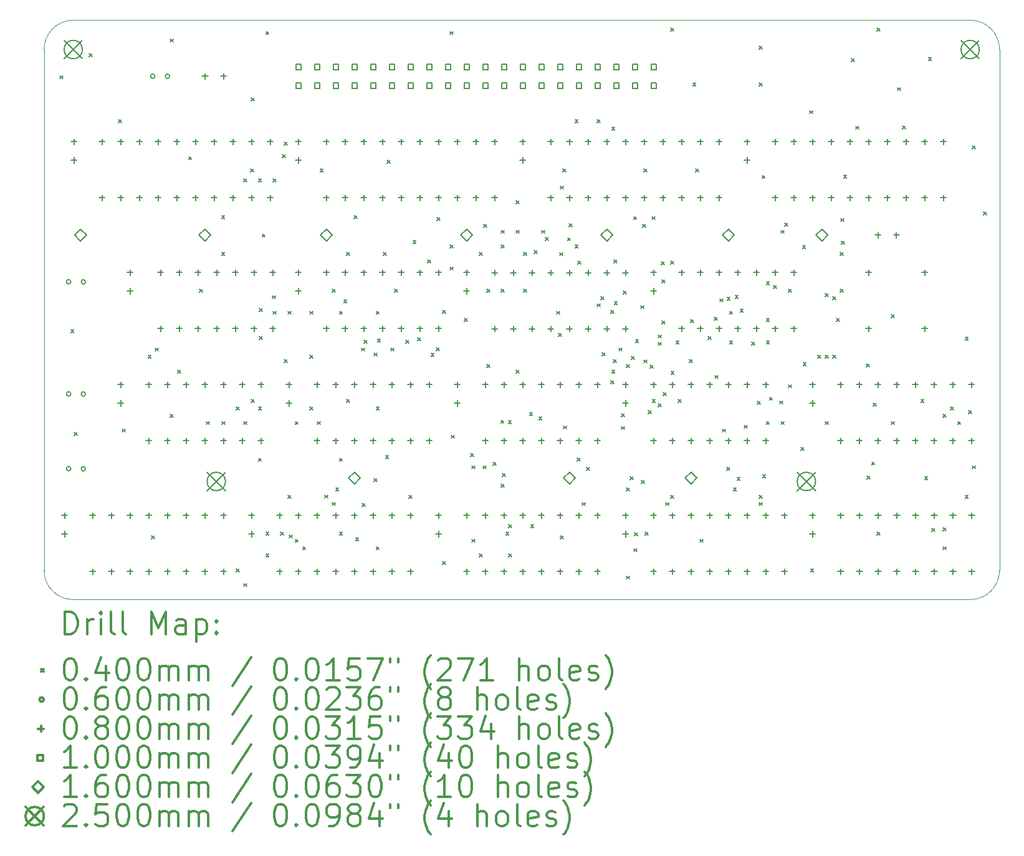
<source format=gbr>
%FSLAX45Y45*%
G04 Gerber Fmt 4.5, Leading zero omitted, Abs format (unit mm)*
G04 Created by KiCad (PCBNEW (5.1.10-1-10_14)) date 2021-10-29 12:54:18*
%MOMM*%
%LPD*%
G01*
G04 APERTURE LIST*
%TA.AperFunction,Profile*%
%ADD10C,0.050000*%
%TD*%
%ADD11C,0.200000*%
%ADD12C,0.300000*%
G04 APERTURE END LIST*
D10*
X23789640Y-14269720D02*
G75*
G02*
X23393400Y-14665960I-396240J0D01*
G01*
X11206480Y-14665960D02*
G75*
G02*
X10810240Y-14269720I0J396240D01*
G01*
X10810240Y-7188200D02*
G75*
G02*
X11206480Y-6791960I396240J0D01*
G01*
X23393400Y-6791960D02*
G75*
G02*
X23789640Y-7188200I0J-396240D01*
G01*
X10810240Y-14269720D02*
X10810240Y-7188200D01*
X23393400Y-14665960D02*
X11206480Y-14665960D01*
X23789640Y-7188200D02*
X23789640Y-14269720D01*
X11206480Y-6791960D02*
X23393400Y-6791960D01*
D11*
X11022640Y-7546960D02*
X11062640Y-7586960D01*
X11062640Y-7546960D02*
X11022640Y-7586960D01*
X11172640Y-10996960D02*
X11212640Y-11036960D01*
X11212640Y-10996960D02*
X11172640Y-11036960D01*
X11222640Y-12396960D02*
X11262640Y-12436960D01*
X11262640Y-12396960D02*
X11222640Y-12436960D01*
X11422640Y-7246960D02*
X11462640Y-7286960D01*
X11462640Y-7246960D02*
X11422640Y-7286960D01*
X11822640Y-8146960D02*
X11862640Y-8186960D01*
X11862640Y-8146960D02*
X11822640Y-8186960D01*
X11872640Y-12346960D02*
X11912640Y-12386960D01*
X11912640Y-12346960D02*
X11872640Y-12386960D01*
X12222640Y-11346960D02*
X12262640Y-11386960D01*
X12262640Y-11346960D02*
X12222640Y-11386960D01*
X12272640Y-13796960D02*
X12312640Y-13836960D01*
X12312640Y-13796960D02*
X12272640Y-13836960D01*
X12322640Y-11246960D02*
X12362640Y-11286960D01*
X12362640Y-11246960D02*
X12322640Y-11286960D01*
X12522640Y-7046960D02*
X12562640Y-7086960D01*
X12562640Y-7046960D02*
X12522640Y-7086960D01*
X12522640Y-12146960D02*
X12562640Y-12186960D01*
X12562640Y-12146960D02*
X12522640Y-12186960D01*
X12622640Y-11546960D02*
X12662640Y-11586960D01*
X12662640Y-11546960D02*
X12622640Y-11586960D01*
X12772640Y-8646960D02*
X12812640Y-8686960D01*
X12812640Y-8646960D02*
X12772640Y-8686960D01*
X12922640Y-10446960D02*
X12962640Y-10486960D01*
X12962640Y-10446960D02*
X12922640Y-10486960D01*
X13014639Y-12246960D02*
X13054639Y-12286960D01*
X13054639Y-12246960D02*
X13014639Y-12286960D01*
X13222640Y-9446960D02*
X13262640Y-9486960D01*
X13262640Y-9446960D02*
X13222640Y-9486960D01*
X13222640Y-9946960D02*
X13262640Y-9986960D01*
X13262640Y-9946960D02*
X13222640Y-9986960D01*
X13225205Y-12246994D02*
X13265205Y-12286994D01*
X13265205Y-12246994D02*
X13225205Y-12286994D01*
X13422640Y-12046960D02*
X13462640Y-12086960D01*
X13462640Y-12046960D02*
X13422640Y-12086960D01*
X13422640Y-14246960D02*
X13462640Y-14286960D01*
X13462640Y-14246960D02*
X13422640Y-14286960D01*
X13522639Y-8946960D02*
X13562639Y-8986960D01*
X13562639Y-8946960D02*
X13522639Y-8986960D01*
X13522640Y-12246960D02*
X13562640Y-12286960D01*
X13562640Y-12246960D02*
X13522640Y-12286960D01*
X13522640Y-14446960D02*
X13562640Y-14486960D01*
X13562640Y-14446960D02*
X13522640Y-14486960D01*
X13616140Y-8810460D02*
X13656140Y-8850460D01*
X13656140Y-8810460D02*
X13616140Y-8850460D01*
X13622640Y-7846960D02*
X13662640Y-7886960D01*
X13662640Y-7846960D02*
X13622640Y-7886960D01*
X13622640Y-11946960D02*
X13662640Y-11986960D01*
X13662640Y-11946960D02*
X13622640Y-11986960D01*
X13722640Y-8946960D02*
X13762640Y-8986960D01*
X13762640Y-8946960D02*
X13722640Y-8986960D01*
X13722640Y-12046960D02*
X13762640Y-12086960D01*
X13762640Y-12046960D02*
X13722640Y-12086960D01*
X13722640Y-12746960D02*
X13762640Y-12786960D01*
X13762640Y-12746960D02*
X13722640Y-12786960D01*
X13736640Y-10708960D02*
X13776640Y-10748960D01*
X13776640Y-10708960D02*
X13736640Y-10748960D01*
X13736640Y-11089960D02*
X13776640Y-11129960D01*
X13776640Y-11089960D02*
X13736640Y-11129960D01*
X13772640Y-9696960D02*
X13812640Y-9736960D01*
X13812640Y-9696960D02*
X13772640Y-9736960D01*
X13822640Y-6946960D02*
X13862640Y-6986960D01*
X13862640Y-6946960D02*
X13822640Y-6986960D01*
X13822640Y-13746960D02*
X13862640Y-13786960D01*
X13862640Y-13746960D02*
X13822640Y-13786960D01*
X13822640Y-14046960D02*
X13862640Y-14086960D01*
X13862640Y-14046960D02*
X13822640Y-14086960D01*
X13910640Y-10534960D02*
X13950640Y-10574960D01*
X13950640Y-10534960D02*
X13910640Y-10574960D01*
X13922640Y-8946960D02*
X13962640Y-8986960D01*
X13962640Y-8946960D02*
X13922640Y-8986960D01*
X13922640Y-10746960D02*
X13962640Y-10786960D01*
X13962640Y-10746960D02*
X13922640Y-10786960D01*
X14022640Y-13746960D02*
X14062640Y-13786960D01*
X14062640Y-13746960D02*
X14022640Y-13786960D01*
X14046640Y-8620960D02*
X14086640Y-8660960D01*
X14086640Y-8620960D02*
X14046640Y-8660960D01*
X14072640Y-8446960D02*
X14112640Y-8486960D01*
X14112640Y-8446960D02*
X14072640Y-8486960D01*
X14072965Y-11404956D02*
X14112965Y-11444956D01*
X14112965Y-11404956D02*
X14072965Y-11444956D01*
X14122640Y-10746960D02*
X14162640Y-10786960D01*
X14162640Y-10746960D02*
X14122640Y-10786960D01*
X14122640Y-13246960D02*
X14162640Y-13286960D01*
X14162640Y-13246960D02*
X14122640Y-13286960D01*
X14142640Y-13786960D02*
X14182640Y-13826960D01*
X14182640Y-13786960D02*
X14142640Y-13826960D01*
X14222640Y-12246960D02*
X14262640Y-12286960D01*
X14262640Y-12246960D02*
X14222640Y-12286960D01*
X14222640Y-13846960D02*
X14262640Y-13886960D01*
X14262640Y-13846960D02*
X14222640Y-13886960D01*
X14322640Y-13946960D02*
X14362640Y-13986960D01*
X14362640Y-13946960D02*
X14322640Y-13986960D01*
X14422640Y-11346960D02*
X14462640Y-11386960D01*
X14462640Y-11346960D02*
X14422640Y-11386960D01*
X14422640Y-12046960D02*
X14462640Y-12086960D01*
X14462640Y-12046960D02*
X14422640Y-12086960D01*
X14422641Y-10746960D02*
X14462641Y-10786960D01*
X14462641Y-10746960D02*
X14422641Y-10786960D01*
X14522640Y-12246960D02*
X14562640Y-12286960D01*
X14562640Y-12246960D02*
X14522640Y-12286960D01*
X14559140Y-8810460D02*
X14599140Y-8850460D01*
X14599140Y-8810460D02*
X14559140Y-8850460D01*
X14623906Y-13245694D02*
X14663906Y-13285694D01*
X14663906Y-13245694D02*
X14623906Y-13285694D01*
X14722640Y-10446960D02*
X14762640Y-10486960D01*
X14762640Y-10446960D02*
X14722640Y-10486960D01*
X14722640Y-13346960D02*
X14762640Y-13386960D01*
X14762640Y-13346960D02*
X14722640Y-13386960D01*
X14772640Y-13146960D02*
X14812640Y-13186960D01*
X14812640Y-13146960D02*
X14772640Y-13186960D01*
X14822640Y-10746960D02*
X14862640Y-10786960D01*
X14862640Y-10746960D02*
X14822640Y-10786960D01*
X14822640Y-12746960D02*
X14862640Y-12786960D01*
X14862640Y-12746960D02*
X14822640Y-12786960D01*
X14822640Y-13746960D02*
X14862640Y-13786960D01*
X14862640Y-13746960D02*
X14822640Y-13786960D01*
X14881140Y-10588460D02*
X14921140Y-10628460D01*
X14921140Y-10588460D02*
X14881140Y-10628460D01*
X14922640Y-9946960D02*
X14962640Y-9986960D01*
X14962640Y-9946960D02*
X14922640Y-9986960D01*
X14922640Y-11946960D02*
X14962640Y-11986960D01*
X14962640Y-11946960D02*
X14922640Y-11986960D01*
X15022640Y-9446960D02*
X15062640Y-9486960D01*
X15062640Y-9446960D02*
X15022640Y-9486960D01*
X15042640Y-13826960D02*
X15082640Y-13866960D01*
X15082640Y-13826960D02*
X15042640Y-13866960D01*
X15122640Y-11246960D02*
X15162640Y-11286960D01*
X15162640Y-11246960D02*
X15122640Y-11286960D01*
X15133640Y-13360928D02*
X15173640Y-13400928D01*
X15173640Y-13360928D02*
X15133640Y-13400928D01*
X15156282Y-11144017D02*
X15196282Y-11184017D01*
X15196282Y-11144017D02*
X15156282Y-11184017D01*
X15289553Y-11313873D02*
X15329553Y-11353873D01*
X15329553Y-11313873D02*
X15289553Y-11353873D01*
X15293660Y-13020360D02*
X15333660Y-13060360D01*
X15333660Y-13020360D02*
X15293660Y-13060360D01*
X15322640Y-10746960D02*
X15362640Y-10786960D01*
X15362640Y-10746960D02*
X15322640Y-10786960D01*
X15322640Y-12046960D02*
X15362640Y-12086960D01*
X15362640Y-12046960D02*
X15322640Y-12086960D01*
X15322640Y-13946960D02*
X15362640Y-13986960D01*
X15362640Y-13946960D02*
X15322640Y-13986960D01*
X15340313Y-11126755D02*
X15380313Y-11166755D01*
X15380313Y-11126755D02*
X15340313Y-11166755D01*
X15422640Y-9946960D02*
X15462640Y-9986960D01*
X15462640Y-9946960D02*
X15422640Y-9986960D01*
X15448600Y-12707940D02*
X15488600Y-12747940D01*
X15488600Y-12707940D02*
X15448600Y-12747940D01*
X15472640Y-8696960D02*
X15512640Y-8736960D01*
X15512640Y-8696960D02*
X15472640Y-8736960D01*
X15522642Y-11246960D02*
X15562642Y-11286960D01*
X15562642Y-11246960D02*
X15522642Y-11286960D01*
X15572640Y-10446960D02*
X15612640Y-10486960D01*
X15612640Y-10446960D02*
X15572640Y-10486960D01*
X15727093Y-11141581D02*
X15767093Y-11181581D01*
X15767093Y-11141581D02*
X15727093Y-11181581D01*
X15768640Y-13248960D02*
X15808640Y-13288960D01*
X15808640Y-13248960D02*
X15768640Y-13288960D01*
X15822640Y-9786960D02*
X15862640Y-9826960D01*
X15862640Y-9786960D02*
X15822640Y-9826960D01*
X15884256Y-11107101D02*
X15924256Y-11147101D01*
X15924256Y-11107101D02*
X15884256Y-11147101D01*
X16022640Y-10046960D02*
X16062640Y-10086960D01*
X16062640Y-10046960D02*
X16022640Y-10086960D01*
X16068279Y-11316942D02*
X16108279Y-11356942D01*
X16108279Y-11316942D02*
X16068279Y-11356942D01*
X16142020Y-11242360D02*
X16182020Y-11282360D01*
X16182020Y-11242360D02*
X16142020Y-11282360D01*
X16149640Y-9473960D02*
X16189640Y-9513960D01*
X16189640Y-9473960D02*
X16149640Y-9513960D01*
X16222640Y-14146960D02*
X16262640Y-14186960D01*
X16262640Y-14146960D02*
X16222640Y-14186960D01*
X16222726Y-10732959D02*
X16262726Y-10772959D01*
X16262726Y-10732959D02*
X16222726Y-10772959D01*
X16322640Y-6946960D02*
X16362640Y-6986960D01*
X16362640Y-6946960D02*
X16322640Y-6986960D01*
X16322640Y-9846960D02*
X16362640Y-9886960D01*
X16362640Y-9846960D02*
X16322640Y-9886960D01*
X16322640Y-10146960D02*
X16362640Y-10186960D01*
X16362640Y-10146960D02*
X16322640Y-10186960D01*
X16340140Y-12433620D02*
X16380140Y-12473620D01*
X16380140Y-12433620D02*
X16340140Y-12473620D01*
X16522640Y-10846960D02*
X16562640Y-10886960D01*
X16562640Y-10846960D02*
X16522640Y-10886960D01*
X16604300Y-12682540D02*
X16644300Y-12722540D01*
X16644300Y-12682540D02*
X16604300Y-12722540D01*
X16622640Y-12846960D02*
X16662640Y-12886960D01*
X16662640Y-12846960D02*
X16622640Y-12886960D01*
X16622640Y-13846960D02*
X16662640Y-13886960D01*
X16662640Y-13846960D02*
X16622640Y-13886960D01*
X16722640Y-9946960D02*
X16762640Y-9986960D01*
X16762640Y-9946960D02*
X16722640Y-9986960D01*
X16722640Y-14046960D02*
X16762640Y-14086960D01*
X16762640Y-14046960D02*
X16722640Y-14086960D01*
X16772640Y-12846960D02*
X16812640Y-12886960D01*
X16812640Y-12846960D02*
X16772640Y-12886960D01*
X16784640Y-9565960D02*
X16824640Y-9605960D01*
X16824640Y-9565960D02*
X16784640Y-9605960D01*
X16822640Y-10446960D02*
X16862640Y-10486960D01*
X16862640Y-10446960D02*
X16822640Y-10486960D01*
X16822640Y-11474459D02*
X16862640Y-11514459D01*
X16862640Y-11474459D02*
X16822640Y-11514459D01*
X16909449Y-12799942D02*
X16949449Y-12839942D01*
X16949449Y-12799942D02*
X16909449Y-12839942D01*
X17016684Y-12229441D02*
X17056684Y-12269441D01*
X17056684Y-12229441D02*
X17016684Y-12269441D01*
X17022640Y-9646960D02*
X17062640Y-9686960D01*
X17062640Y-9646960D02*
X17022640Y-9686960D01*
X17022640Y-9846960D02*
X17062640Y-9886960D01*
X17062640Y-9846960D02*
X17022640Y-9886960D01*
X17022640Y-10446960D02*
X17062640Y-10486960D01*
X17062640Y-10446960D02*
X17022640Y-10486960D01*
X17022640Y-13096960D02*
X17062640Y-13136960D01*
X17062640Y-13096960D02*
X17022640Y-13136960D01*
X17033818Y-12954464D02*
X17073818Y-12994464D01*
X17073818Y-12954464D02*
X17033818Y-12994464D01*
X17082640Y-13746960D02*
X17122640Y-13786960D01*
X17122640Y-13746960D02*
X17082640Y-13786960D01*
X17116676Y-12230789D02*
X17156676Y-12270789D01*
X17156676Y-12230789D02*
X17116676Y-12270789D01*
X17122640Y-13646960D02*
X17162640Y-13686960D01*
X17162640Y-13646960D02*
X17122640Y-13686960D01*
X17122640Y-14046960D02*
X17162640Y-14086960D01*
X17162640Y-14046960D02*
X17122640Y-14086960D01*
X17222640Y-9246960D02*
X17262640Y-9286960D01*
X17262640Y-9246960D02*
X17222640Y-9286960D01*
X17222640Y-9646960D02*
X17262640Y-9686960D01*
X17262640Y-9646960D02*
X17222640Y-9686960D01*
X17222640Y-11546960D02*
X17262640Y-11586960D01*
X17262640Y-11546960D02*
X17222640Y-11586960D01*
X17322640Y-9946960D02*
X17362640Y-9986960D01*
X17362640Y-9946960D02*
X17322640Y-9986960D01*
X17322640Y-10446960D02*
X17362640Y-10486960D01*
X17362640Y-10446960D02*
X17322640Y-10486960D01*
X17405075Y-12123740D02*
X17445075Y-12163740D01*
X17445075Y-12123740D02*
X17405075Y-12163740D01*
X17422640Y-13646960D02*
X17462640Y-13686960D01*
X17462640Y-13646960D02*
X17422640Y-13686960D01*
X17467641Y-9925015D02*
X17507641Y-9965015D01*
X17507641Y-9925015D02*
X17467641Y-9965015D01*
X17531356Y-12183704D02*
X17571356Y-12223704D01*
X17571356Y-12183704D02*
X17531356Y-12223704D01*
X17572640Y-9646960D02*
X17612640Y-9686960D01*
X17612640Y-9646960D02*
X17572640Y-9686960D01*
X17622640Y-9746960D02*
X17662640Y-9786960D01*
X17662640Y-9746960D02*
X17622640Y-9786960D01*
X17772640Y-10746960D02*
X17812640Y-10786960D01*
X17812640Y-10746960D02*
X17772640Y-10786960D01*
X17798100Y-11046780D02*
X17838100Y-11086780D01*
X17838100Y-11046780D02*
X17798100Y-11086780D01*
X17818187Y-9952340D02*
X17858187Y-9992340D01*
X17858187Y-9952340D02*
X17818187Y-9992340D01*
X17822640Y-9046960D02*
X17862640Y-9086960D01*
X17862640Y-9046960D02*
X17822640Y-9086960D01*
X17822640Y-13796960D02*
X17862640Y-13836960D01*
X17862640Y-13796960D02*
X17822640Y-13836960D01*
X17859140Y-8810460D02*
X17899140Y-8850460D01*
X17899140Y-8810460D02*
X17859140Y-8850460D01*
X17866037Y-12305038D02*
X17906037Y-12345038D01*
X17906037Y-12305038D02*
X17866037Y-12345038D01*
X17922640Y-9749492D02*
X17962640Y-9789492D01*
X17962640Y-9749492D02*
X17922640Y-9789492D01*
X17940142Y-9557694D02*
X17980142Y-9597694D01*
X17980142Y-9557694D02*
X17940142Y-9597694D01*
X18022640Y-8146960D02*
X18062640Y-8186960D01*
X18062640Y-8146960D02*
X18022640Y-8186960D01*
X18022640Y-9846960D02*
X18062640Y-9886960D01*
X18062640Y-9846960D02*
X18022640Y-9886960D01*
X18054640Y-12740960D02*
X18094640Y-12780960D01*
X18094640Y-12740960D02*
X18054640Y-12780960D01*
X18062156Y-10066444D02*
X18102156Y-10106444D01*
X18102156Y-10066444D02*
X18062156Y-10106444D01*
X18122640Y-13346960D02*
X18162640Y-13386960D01*
X18162640Y-13346960D02*
X18122640Y-13386960D01*
X18181640Y-12867960D02*
X18221640Y-12907960D01*
X18221640Y-12867960D02*
X18181640Y-12907960D01*
X18321374Y-10645694D02*
X18361374Y-10685694D01*
X18361374Y-10645694D02*
X18321374Y-10685694D01*
X18322640Y-8146960D02*
X18362640Y-8186960D01*
X18362640Y-8146960D02*
X18322640Y-8186960D01*
X18372640Y-10546960D02*
X18412640Y-10586960D01*
X18412640Y-10546960D02*
X18372640Y-10586960D01*
X18389534Y-11311322D02*
X18429534Y-11351322D01*
X18429534Y-11311322D02*
X18389534Y-11351322D01*
X18508141Y-10732958D02*
X18548141Y-10772958D01*
X18548141Y-10732958D02*
X18508141Y-10772958D01*
X18508267Y-11691961D02*
X18548267Y-11731961D01*
X18548267Y-11691961D02*
X18508267Y-11731961D01*
X18522640Y-8246960D02*
X18562640Y-8286960D01*
X18562640Y-8246960D02*
X18522640Y-8286960D01*
X18522640Y-11546960D02*
X18562640Y-11586960D01*
X18562640Y-11546960D02*
X18522640Y-11586960D01*
X18541925Y-11401959D02*
X18581925Y-11441959D01*
X18581925Y-11401959D02*
X18541925Y-11441959D01*
X18554926Y-10051214D02*
X18594926Y-10091214D01*
X18594926Y-10051214D02*
X18554926Y-10091214D01*
X18555410Y-10619461D02*
X18595410Y-10659461D01*
X18595410Y-10619461D02*
X18555410Y-10659461D01*
X18622640Y-11246960D02*
X18662640Y-11286960D01*
X18662640Y-11246960D02*
X18622640Y-11286960D01*
X18650850Y-12139670D02*
X18690850Y-12179670D01*
X18690850Y-12139670D02*
X18650850Y-12179670D01*
X18655727Y-12313873D02*
X18695727Y-12353873D01*
X18695727Y-12313873D02*
X18655727Y-12353873D01*
X18681351Y-10474459D02*
X18721351Y-10514459D01*
X18721351Y-10474459D02*
X18681351Y-10514459D01*
X18722640Y-11474459D02*
X18762640Y-11514459D01*
X18762640Y-11474459D02*
X18722640Y-11514459D01*
X18722640Y-13146960D02*
X18762640Y-13186960D01*
X18762640Y-13146960D02*
X18722640Y-13186960D01*
X18722640Y-14346960D02*
X18762640Y-14386960D01*
X18762640Y-14346960D02*
X18722640Y-14386960D01*
X18772640Y-12996960D02*
X18812640Y-13036960D01*
X18812640Y-12996960D02*
X18772640Y-13036960D01*
X18791227Y-11362092D02*
X18831227Y-11402092D01*
X18831227Y-11362092D02*
X18791227Y-11402092D01*
X18819486Y-9459963D02*
X18859486Y-9499963D01*
X18859486Y-9459963D02*
X18819486Y-9499963D01*
X18823906Y-13974459D02*
X18863906Y-14014459D01*
X18863906Y-13974459D02*
X18823906Y-14014459D01*
X18829575Y-13757281D02*
X18869575Y-13797281D01*
X18869575Y-13757281D02*
X18829575Y-13797281D01*
X18843294Y-11131581D02*
X18883294Y-11171581D01*
X18883294Y-11131581D02*
X18843294Y-11171581D01*
X18913681Y-10671565D02*
X18953681Y-10711565D01*
X18953681Y-10671565D02*
X18913681Y-10711565D01*
X18922640Y-13046960D02*
X18962640Y-13086960D01*
X18962640Y-13046960D02*
X18922640Y-13086960D01*
X18943640Y-9565960D02*
X18983640Y-9605960D01*
X18983640Y-9565960D02*
X18943640Y-9605960D01*
X18956340Y-11407460D02*
X18996340Y-11447460D01*
X18996340Y-11407460D02*
X18956340Y-11447460D01*
X18959140Y-8810460D02*
X18999140Y-8850460D01*
X18999140Y-8810460D02*
X18959140Y-8850460D01*
X18972640Y-13746960D02*
X19012640Y-13786960D01*
X19012640Y-13746960D02*
X18972640Y-13786960D01*
X19019840Y-12100880D02*
X19059840Y-12140880D01*
X19059840Y-12100880D02*
X19019840Y-12140880D01*
X19042700Y-11481120D02*
X19082700Y-11521120D01*
X19082700Y-11481120D02*
X19042700Y-11521120D01*
X19070640Y-9459963D02*
X19110640Y-9499963D01*
X19110640Y-9459963D02*
X19070640Y-9499963D01*
X19072640Y-11946960D02*
X19112640Y-11986960D01*
X19112640Y-11946960D02*
X19072640Y-11986960D01*
X19152750Y-11170094D02*
X19192750Y-11210094D01*
X19192750Y-11170094D02*
X19152750Y-11210094D01*
X19154460Y-12006900D02*
X19194460Y-12046900D01*
X19194460Y-12006900D02*
X19154460Y-12046900D01*
X19156064Y-11070148D02*
X19196064Y-11110148D01*
X19196064Y-11070148D02*
X19156064Y-11110148D01*
X19197640Y-10073960D02*
X19237640Y-10113960D01*
X19237640Y-10073960D02*
X19197640Y-10113960D01*
X19205260Y-10881680D02*
X19245260Y-10921680D01*
X19245260Y-10881680D02*
X19205260Y-10921680D01*
X19207156Y-10318444D02*
X19247156Y-10358444D01*
X19247156Y-10318444D02*
X19207156Y-10358444D01*
X19218187Y-11851413D02*
X19258187Y-11891413D01*
X19258187Y-11851413D02*
X19218187Y-11891413D01*
X19252139Y-13346960D02*
X19292139Y-13386960D01*
X19292139Y-13346960D02*
X19252139Y-13386960D01*
X19322640Y-6896960D02*
X19362640Y-6936960D01*
X19362640Y-6896960D02*
X19322640Y-6936960D01*
X19322640Y-10066960D02*
X19362640Y-10106960D01*
X19362640Y-10066960D02*
X19322640Y-10106960D01*
X19322640Y-13246960D02*
X19362640Y-13286960D01*
X19362640Y-13246960D02*
X19322640Y-13286960D01*
X19325913Y-11563490D02*
X19365913Y-11603490D01*
X19365913Y-11563490D02*
X19325913Y-11603490D01*
X19395125Y-11148482D02*
X19435125Y-11188482D01*
X19435125Y-11148482D02*
X19395125Y-11188482D01*
X19426086Y-11946739D02*
X19466086Y-11986739D01*
X19466086Y-11946739D02*
X19426086Y-11986739D01*
X19579420Y-11406272D02*
X19619420Y-11446272D01*
X19619420Y-11406272D02*
X19579420Y-11446272D01*
X19592940Y-10864689D02*
X19632940Y-10904689D01*
X19632940Y-10864689D02*
X19592940Y-10904689D01*
X19622640Y-7646960D02*
X19662640Y-7686960D01*
X19662640Y-7646960D02*
X19622640Y-7686960D01*
X19659140Y-8810460D02*
X19699140Y-8850460D01*
X19699140Y-8810460D02*
X19659140Y-8850460D01*
X19722640Y-13846960D02*
X19762640Y-13886960D01*
X19762640Y-13846960D02*
X19722640Y-13886960D01*
X19832640Y-11089960D02*
X19872640Y-11129960D01*
X19872640Y-11089960D02*
X19832640Y-11129960D01*
X19917097Y-10829580D02*
X19957097Y-10869580D01*
X19957097Y-10829580D02*
X19917097Y-10869580D01*
X19923867Y-11618700D02*
X19963867Y-11658700D01*
X19963867Y-11618700D02*
X19923867Y-11658700D01*
X19989598Y-10578902D02*
X20029598Y-10618902D01*
X20029598Y-10578902D02*
X19989598Y-10618902D01*
X20022640Y-12346960D02*
X20062640Y-12386960D01*
X20062640Y-12346960D02*
X20022640Y-12386960D01*
X20086640Y-12867960D02*
X20126640Y-12907960D01*
X20126640Y-12867960D02*
X20086640Y-12907960D01*
X20087892Y-10556958D02*
X20127892Y-10596958D01*
X20127892Y-10556958D02*
X20087892Y-10596958D01*
X20122640Y-10746960D02*
X20162640Y-10786960D01*
X20162640Y-10746960D02*
X20122640Y-10786960D01*
X20122640Y-11146960D02*
X20162640Y-11186960D01*
X20162640Y-11146960D02*
X20122640Y-11186960D01*
X20172640Y-13146960D02*
X20212640Y-13186960D01*
X20212640Y-13146960D02*
X20172640Y-13186960D01*
X20199339Y-10529608D02*
X20239339Y-10569608D01*
X20239339Y-10529608D02*
X20199339Y-10569608D01*
X20223377Y-13004697D02*
X20263377Y-13044697D01*
X20263377Y-13004697D02*
X20223377Y-13044697D01*
X20267640Y-10719461D02*
X20307640Y-10759461D01*
X20307640Y-10719461D02*
X20267640Y-10759461D01*
X20322640Y-12296960D02*
X20362640Y-12336960D01*
X20362640Y-12296960D02*
X20322640Y-12336960D01*
X20422640Y-11169661D02*
X20462640Y-11209661D01*
X20462640Y-11169661D02*
X20422640Y-11209661D01*
X20498994Y-11970606D02*
X20538994Y-12010606D01*
X20538994Y-11970606D02*
X20498994Y-12010606D01*
X20522640Y-7146960D02*
X20562640Y-7186960D01*
X20562640Y-7146960D02*
X20522640Y-7186960D01*
X20522640Y-7646960D02*
X20562640Y-7686960D01*
X20562640Y-7646960D02*
X20522640Y-7686960D01*
X20522640Y-13246960D02*
X20562640Y-13286960D01*
X20562640Y-13246960D02*
X20522640Y-13286960D01*
X20522640Y-13346960D02*
X20562640Y-13386960D01*
X20562640Y-13346960D02*
X20522640Y-13386960D01*
X20564160Y-8903020D02*
X20604160Y-8943020D01*
X20604160Y-8903020D02*
X20564160Y-8943020D01*
X20571780Y-12972100D02*
X20611780Y-13012100D01*
X20611780Y-12972100D02*
X20571780Y-13012100D01*
X20622640Y-10346960D02*
X20662640Y-10386960D01*
X20662640Y-10346960D02*
X20622640Y-10386960D01*
X20622640Y-10846960D02*
X20662640Y-10886960D01*
X20662640Y-10846960D02*
X20622640Y-10886960D01*
X20622640Y-11146960D02*
X20662640Y-11186960D01*
X20662640Y-11146960D02*
X20622640Y-11186960D01*
X20622640Y-12246960D02*
X20662640Y-12286960D01*
X20662640Y-12246960D02*
X20622640Y-12286960D01*
X20665760Y-11915460D02*
X20705760Y-11955460D01*
X20705760Y-11915460D02*
X20665760Y-11955460D01*
X20722640Y-10396960D02*
X20762640Y-10436960D01*
X20762640Y-10396960D02*
X20722640Y-10436960D01*
X20807261Y-11967613D02*
X20847261Y-12007613D01*
X20847261Y-11967613D02*
X20807261Y-12007613D01*
X20822640Y-9646960D02*
X20862640Y-9686960D01*
X20862640Y-9646960D02*
X20822640Y-9686960D01*
X20822640Y-12246960D02*
X20862640Y-12286960D01*
X20862640Y-12246960D02*
X20822640Y-12286960D01*
X20872640Y-9546960D02*
X20912640Y-9586960D01*
X20912640Y-9546960D02*
X20872640Y-9586960D01*
X20921374Y-11745694D02*
X20961374Y-11785694D01*
X20961374Y-11745694D02*
X20921374Y-11785694D01*
X20922640Y-10446960D02*
X20962640Y-10486960D01*
X20962640Y-10446960D02*
X20922640Y-10486960D01*
X21095020Y-12596180D02*
X21135020Y-12636180D01*
X21135020Y-12596180D02*
X21095020Y-12636180D01*
X21113140Y-9856460D02*
X21153140Y-9896460D01*
X21153140Y-9856460D02*
X21113140Y-9896460D01*
X21122640Y-11446960D02*
X21162640Y-11486960D01*
X21162640Y-11446960D02*
X21122640Y-11486960D01*
X21209320Y-8021640D02*
X21249320Y-8061640D01*
X21249320Y-8021640D02*
X21209320Y-8061640D01*
X21222640Y-14246960D02*
X21262640Y-14286960D01*
X21262640Y-14246960D02*
X21222640Y-14286960D01*
X21322640Y-11346960D02*
X21362640Y-11386960D01*
X21362640Y-11346960D02*
X21322640Y-11386960D01*
X21422640Y-10506960D02*
X21462640Y-10546960D01*
X21462640Y-10506960D02*
X21422640Y-10546960D01*
X21422640Y-11346960D02*
X21462640Y-11386960D01*
X21462640Y-11346960D02*
X21422640Y-11386960D01*
X21422640Y-12246960D02*
X21462640Y-12286960D01*
X21462640Y-12246960D02*
X21422640Y-12286960D01*
X21522640Y-10546960D02*
X21562640Y-10586960D01*
X21562640Y-10546960D02*
X21522640Y-10586960D01*
X21524280Y-11346500D02*
X21564280Y-11386500D01*
X21564280Y-11346500D02*
X21524280Y-11386500D01*
X21572640Y-10846960D02*
X21612640Y-10886960D01*
X21612640Y-10846960D02*
X21572640Y-10886960D01*
X21622640Y-9946960D02*
X21662640Y-9986960D01*
X21662640Y-9946960D02*
X21622640Y-9986960D01*
X21622640Y-10446960D02*
X21662640Y-10486960D01*
X21662640Y-10446960D02*
X21622640Y-10486960D01*
X21634140Y-9485460D02*
X21674140Y-9525460D01*
X21674140Y-9485460D02*
X21634140Y-9525460D01*
X21642640Y-9796960D02*
X21682640Y-9836960D01*
X21682640Y-9796960D02*
X21642640Y-9836960D01*
X21672640Y-8896960D02*
X21712640Y-8936960D01*
X21712640Y-8896960D02*
X21672640Y-8936960D01*
X21778280Y-7312980D02*
X21818280Y-7352980D01*
X21818280Y-7312980D02*
X21778280Y-7352980D01*
X21836700Y-8232460D02*
X21876700Y-8272460D01*
X21876700Y-8232460D02*
X21836700Y-8272460D01*
X21984020Y-11463340D02*
X22024020Y-11503340D01*
X22024020Y-11463340D02*
X21984020Y-11503340D01*
X21989100Y-12984800D02*
X22029100Y-13024800D01*
X22029100Y-12984800D02*
X21989100Y-13024800D01*
X22052600Y-12796840D02*
X22092600Y-12836840D01*
X22092600Y-12796840D02*
X22052600Y-12836840D01*
X22072640Y-11996960D02*
X22112640Y-12036960D01*
X22112640Y-11996960D02*
X22072640Y-12036960D01*
X22122640Y-6896960D02*
X22162640Y-6936960D01*
X22162640Y-6896960D02*
X22122640Y-6936960D01*
X22122640Y-13746960D02*
X22162640Y-13786960D01*
X22162640Y-13746960D02*
X22122640Y-13786960D01*
X22322640Y-10796960D02*
X22362640Y-10836960D01*
X22362640Y-10796960D02*
X22322640Y-10836960D01*
X22322640Y-12246960D02*
X22362640Y-12286960D01*
X22362640Y-12246960D02*
X22322640Y-12286960D01*
X22403120Y-7709220D02*
X22443120Y-7749220D01*
X22443120Y-7709220D02*
X22403120Y-7749220D01*
X22471700Y-8227380D02*
X22511700Y-8267380D01*
X22511700Y-8227380D02*
X22471700Y-8267380D01*
X22722640Y-11946960D02*
X22762640Y-11986960D01*
X22762640Y-11946960D02*
X22722640Y-11986960D01*
X22772640Y-12996960D02*
X22812640Y-13036960D01*
X22812640Y-12996960D02*
X22772640Y-13036960D01*
X22822640Y-7296960D02*
X22862640Y-7336960D01*
X22862640Y-7296960D02*
X22822640Y-7336960D01*
X22872640Y-13696960D02*
X22912640Y-13736960D01*
X22912640Y-13696960D02*
X22872640Y-13736960D01*
X23022640Y-12146960D02*
X23062640Y-12186960D01*
X23062640Y-12146960D02*
X23022640Y-12186960D01*
X23022640Y-13946960D02*
X23062640Y-13986960D01*
X23062640Y-13946960D02*
X23022640Y-13986960D01*
X23024834Y-13687941D02*
X23064834Y-13727941D01*
X23064834Y-13687941D02*
X23024834Y-13727941D01*
X23122640Y-12046960D02*
X23162640Y-12086960D01*
X23162640Y-12046960D02*
X23122640Y-12086960D01*
X23222640Y-12246960D02*
X23262640Y-12286960D01*
X23262640Y-12246960D02*
X23222640Y-12286960D01*
X23322640Y-11096960D02*
X23362640Y-11136960D01*
X23362640Y-11096960D02*
X23322640Y-11136960D01*
X23322640Y-13246960D02*
X23362640Y-13286960D01*
X23362640Y-13246960D02*
X23322640Y-13286960D01*
X23372640Y-12096960D02*
X23412640Y-12136960D01*
X23412640Y-12096960D02*
X23372640Y-12136960D01*
X23422640Y-8496960D02*
X23462640Y-8536960D01*
X23462640Y-8496960D02*
X23422640Y-8536960D01*
X23422640Y-12846960D02*
X23462640Y-12886960D01*
X23462640Y-12846960D02*
X23422640Y-12886960D01*
X23572640Y-9396960D02*
X23612640Y-9436960D01*
X23612640Y-9396960D02*
X23572640Y-9436960D01*
X11173640Y-10347960D02*
G75*
G03*
X11173640Y-10347960I-30000J0D01*
G01*
X11173640Y-11871960D02*
G75*
G03*
X11173640Y-11871960I-30000J0D01*
G01*
X11173640Y-12887960D02*
G75*
G03*
X11173640Y-12887960I-30000J0D01*
G01*
X11373640Y-10347960D02*
G75*
G03*
X11373640Y-10347960I-30000J0D01*
G01*
X11373640Y-11871960D02*
G75*
G03*
X11373640Y-11871960I-30000J0D01*
G01*
X11373640Y-12887960D02*
G75*
G03*
X11373640Y-12887960I-30000J0D01*
G01*
X12316640Y-7553960D02*
G75*
G03*
X12316640Y-7553960I-30000J0D01*
G01*
X12516640Y-7553960D02*
G75*
G03*
X12516640Y-7553960I-30000J0D01*
G01*
X11089640Y-13482960D02*
X11089640Y-13562960D01*
X11049640Y-13522960D02*
X11129640Y-13522960D01*
X11089640Y-13732960D02*
X11089640Y-13812960D01*
X11049640Y-13772960D02*
X11129640Y-13772960D01*
X11216640Y-8402960D02*
X11216640Y-8482960D01*
X11176640Y-8442960D02*
X11256640Y-8442960D01*
X11216640Y-8652960D02*
X11216640Y-8732960D01*
X11176640Y-8692960D02*
X11256640Y-8692960D01*
X11470640Y-13482960D02*
X11470640Y-13562960D01*
X11430640Y-13522960D02*
X11510640Y-13522960D01*
X11470640Y-14244960D02*
X11470640Y-14324960D01*
X11430640Y-14284960D02*
X11510640Y-14284960D01*
X11597640Y-8402960D02*
X11597640Y-8482960D01*
X11557640Y-8442960D02*
X11637640Y-8442960D01*
X11597640Y-9164960D02*
X11597640Y-9244960D01*
X11557640Y-9204960D02*
X11637640Y-9204960D01*
X11724640Y-13482960D02*
X11724640Y-13562960D01*
X11684640Y-13522960D02*
X11764640Y-13522960D01*
X11724640Y-14244960D02*
X11724640Y-14324960D01*
X11684640Y-14284960D02*
X11764640Y-14284960D01*
X11851640Y-8402960D02*
X11851640Y-8482960D01*
X11811640Y-8442960D02*
X11891640Y-8442960D01*
X11851640Y-9164960D02*
X11851640Y-9244960D01*
X11811640Y-9204960D02*
X11891640Y-9204960D01*
X11851640Y-11704960D02*
X11851640Y-11784960D01*
X11811640Y-11744960D02*
X11891640Y-11744960D01*
X11851640Y-11954960D02*
X11851640Y-12034960D01*
X11811640Y-11994960D02*
X11891640Y-11994960D01*
X11978640Y-10180960D02*
X11978640Y-10260960D01*
X11938640Y-10220960D02*
X12018640Y-10220960D01*
X11978640Y-10430960D02*
X11978640Y-10510960D01*
X11938640Y-10470960D02*
X12018640Y-10470960D01*
X11978640Y-13482960D02*
X11978640Y-13562960D01*
X11938640Y-13522960D02*
X12018640Y-13522960D01*
X11978640Y-14244960D02*
X11978640Y-14324960D01*
X11938640Y-14284960D02*
X12018640Y-14284960D01*
X12105640Y-8402960D02*
X12105640Y-8482960D01*
X12065640Y-8442960D02*
X12145640Y-8442960D01*
X12105640Y-9164960D02*
X12105640Y-9244960D01*
X12065640Y-9204960D02*
X12145640Y-9204960D01*
X12232640Y-11704960D02*
X12232640Y-11784960D01*
X12192640Y-11744960D02*
X12272640Y-11744960D01*
X12232640Y-12466960D02*
X12232640Y-12546960D01*
X12192640Y-12506960D02*
X12272640Y-12506960D01*
X12232640Y-13482960D02*
X12232640Y-13562960D01*
X12192640Y-13522960D02*
X12272640Y-13522960D01*
X12232640Y-14244960D02*
X12232640Y-14324960D01*
X12192640Y-14284960D02*
X12272640Y-14284960D01*
X12359640Y-8402960D02*
X12359640Y-8482960D01*
X12319640Y-8442960D02*
X12399640Y-8442960D01*
X12359640Y-9164960D02*
X12359640Y-9244960D01*
X12319640Y-9204960D02*
X12399640Y-9204960D01*
X12391640Y-10180960D02*
X12391640Y-10260960D01*
X12351640Y-10220960D02*
X12431640Y-10220960D01*
X12391640Y-10942960D02*
X12391640Y-11022960D01*
X12351640Y-10982960D02*
X12431640Y-10982960D01*
X12486640Y-11704960D02*
X12486640Y-11784960D01*
X12446640Y-11744960D02*
X12526640Y-11744960D01*
X12486640Y-12466960D02*
X12486640Y-12546960D01*
X12446640Y-12506960D02*
X12526640Y-12506960D01*
X12486640Y-13482960D02*
X12486640Y-13562960D01*
X12446640Y-13522960D02*
X12526640Y-13522960D01*
X12486640Y-14244960D02*
X12486640Y-14324960D01*
X12446640Y-14284960D02*
X12526640Y-14284960D01*
X12613640Y-8402960D02*
X12613640Y-8482960D01*
X12573640Y-8442960D02*
X12653640Y-8442960D01*
X12613640Y-9164960D02*
X12613640Y-9244960D01*
X12573640Y-9204960D02*
X12653640Y-9204960D01*
X12645640Y-10180960D02*
X12645640Y-10260960D01*
X12605640Y-10220960D02*
X12685640Y-10220960D01*
X12645640Y-10942960D02*
X12645640Y-11022960D01*
X12605640Y-10982960D02*
X12685640Y-10982960D01*
X12740640Y-11704960D02*
X12740640Y-11784960D01*
X12700640Y-11744960D02*
X12780640Y-11744960D01*
X12740640Y-12466960D02*
X12740640Y-12546960D01*
X12700640Y-12506960D02*
X12780640Y-12506960D01*
X12740640Y-13482960D02*
X12740640Y-13562960D01*
X12700640Y-13522960D02*
X12780640Y-13522960D01*
X12740640Y-14244960D02*
X12740640Y-14324960D01*
X12700640Y-14284960D02*
X12780640Y-14284960D01*
X12867640Y-8402960D02*
X12867640Y-8482960D01*
X12827640Y-8442960D02*
X12907640Y-8442960D01*
X12867640Y-9164960D02*
X12867640Y-9244960D01*
X12827640Y-9204960D02*
X12907640Y-9204960D01*
X12899640Y-10180960D02*
X12899640Y-10260960D01*
X12859640Y-10220960D02*
X12939640Y-10220960D01*
X12899640Y-10942960D02*
X12899640Y-11022960D01*
X12859640Y-10982960D02*
X12939640Y-10982960D01*
X12994640Y-11704960D02*
X12994640Y-11784960D01*
X12954640Y-11744960D02*
X13034640Y-11744960D01*
X12994640Y-12466960D02*
X12994640Y-12546960D01*
X12954640Y-12506960D02*
X13034640Y-12506960D01*
X12994640Y-13482960D02*
X12994640Y-13562960D01*
X12954640Y-13522960D02*
X13034640Y-13522960D01*
X12994640Y-14244960D02*
X12994640Y-14324960D01*
X12954640Y-14284960D02*
X13034640Y-14284960D01*
X12998640Y-7513960D02*
X12998640Y-7593960D01*
X12958640Y-7553960D02*
X13038640Y-7553960D01*
X13121640Y-8402960D02*
X13121640Y-8482960D01*
X13081640Y-8442960D02*
X13161640Y-8442960D01*
X13121640Y-9164960D02*
X13121640Y-9244960D01*
X13081640Y-9204960D02*
X13161640Y-9204960D01*
X13153640Y-10180960D02*
X13153640Y-10260960D01*
X13113640Y-10220960D02*
X13193640Y-10220960D01*
X13153640Y-10942960D02*
X13153640Y-11022960D01*
X13113640Y-10982960D02*
X13193640Y-10982960D01*
X13248640Y-7513960D02*
X13248640Y-7593960D01*
X13208640Y-7553960D02*
X13288640Y-7553960D01*
X13248640Y-11704960D02*
X13248640Y-11784960D01*
X13208640Y-11744960D02*
X13288640Y-11744960D01*
X13248640Y-12466960D02*
X13248640Y-12546960D01*
X13208640Y-12506960D02*
X13288640Y-12506960D01*
X13248640Y-13482960D02*
X13248640Y-13562960D01*
X13208640Y-13522960D02*
X13288640Y-13522960D01*
X13248640Y-14244960D02*
X13248640Y-14324960D01*
X13208640Y-14284960D02*
X13288640Y-14284960D01*
X13375640Y-8402960D02*
X13375640Y-8482960D01*
X13335640Y-8442960D02*
X13415640Y-8442960D01*
X13375640Y-9164960D02*
X13375640Y-9244960D01*
X13335640Y-9204960D02*
X13415640Y-9204960D01*
X13407640Y-10180960D02*
X13407640Y-10260960D01*
X13367640Y-10220960D02*
X13447640Y-10220960D01*
X13407640Y-10942960D02*
X13407640Y-11022960D01*
X13367640Y-10982960D02*
X13447640Y-10982960D01*
X13502640Y-11704960D02*
X13502640Y-11784960D01*
X13462640Y-11744960D02*
X13542640Y-11744960D01*
X13502640Y-12466960D02*
X13502640Y-12546960D01*
X13462640Y-12506960D02*
X13542640Y-12506960D01*
X13629640Y-8402960D02*
X13629640Y-8482960D01*
X13589640Y-8442960D02*
X13669640Y-8442960D01*
X13629640Y-9164960D02*
X13629640Y-9244960D01*
X13589640Y-9204960D02*
X13669640Y-9204960D01*
X13629640Y-13482960D02*
X13629640Y-13562960D01*
X13589640Y-13522960D02*
X13669640Y-13522960D01*
X13629640Y-13732960D02*
X13629640Y-13812960D01*
X13589640Y-13772960D02*
X13669640Y-13772960D01*
X13661640Y-10180960D02*
X13661640Y-10260960D01*
X13621640Y-10220960D02*
X13701640Y-10220960D01*
X13661640Y-10942960D02*
X13661640Y-11022960D01*
X13621640Y-10982960D02*
X13701640Y-10982960D01*
X13756640Y-11704960D02*
X13756640Y-11784960D01*
X13716640Y-11744960D02*
X13796640Y-11744960D01*
X13756640Y-12466960D02*
X13756640Y-12546960D01*
X13716640Y-12506960D02*
X13796640Y-12506960D01*
X13883640Y-8402960D02*
X13883640Y-8482960D01*
X13843640Y-8442960D02*
X13923640Y-8442960D01*
X13883640Y-9164960D02*
X13883640Y-9244960D01*
X13843640Y-9204960D02*
X13923640Y-9204960D01*
X13915640Y-10180960D02*
X13915640Y-10260960D01*
X13875640Y-10220960D02*
X13955640Y-10220960D01*
X13915640Y-10942960D02*
X13915640Y-11022960D01*
X13875640Y-10982960D02*
X13955640Y-10982960D01*
X14010640Y-13482960D02*
X14010640Y-13562960D01*
X13970640Y-13522960D02*
X14050640Y-13522960D01*
X14010640Y-14244960D02*
X14010640Y-14324960D01*
X13970640Y-14284960D02*
X14050640Y-14284960D01*
X14137640Y-11704960D02*
X14137640Y-11784960D01*
X14097640Y-11744960D02*
X14177640Y-11744960D01*
X14137640Y-11954960D02*
X14137640Y-12034960D01*
X14097640Y-11994960D02*
X14177640Y-11994960D01*
X14264640Y-8402960D02*
X14264640Y-8482960D01*
X14224640Y-8442960D02*
X14304640Y-8442960D01*
X14264640Y-8652960D02*
X14264640Y-8732960D01*
X14224640Y-8692960D02*
X14304640Y-8692960D01*
X14264640Y-10180960D02*
X14264640Y-10260960D01*
X14224640Y-10220960D02*
X14304640Y-10220960D01*
X14264640Y-10430960D02*
X14264640Y-10510960D01*
X14224640Y-10470960D02*
X14304640Y-10470960D01*
X14264640Y-13482960D02*
X14264640Y-13562960D01*
X14224640Y-13522960D02*
X14304640Y-13522960D01*
X14264640Y-14244960D02*
X14264640Y-14324960D01*
X14224640Y-14284960D02*
X14304640Y-14284960D01*
X14518640Y-11704960D02*
X14518640Y-11784960D01*
X14478640Y-11744960D02*
X14558640Y-11744960D01*
X14518640Y-12466960D02*
X14518640Y-12546960D01*
X14478640Y-12506960D02*
X14558640Y-12506960D01*
X14518640Y-13482960D02*
X14518640Y-13562960D01*
X14478640Y-13522960D02*
X14558640Y-13522960D01*
X14518640Y-14244960D02*
X14518640Y-14324960D01*
X14478640Y-14284960D02*
X14558640Y-14284960D01*
X14645640Y-8402960D02*
X14645640Y-8482960D01*
X14605640Y-8442960D02*
X14685640Y-8442960D01*
X14645640Y-9164960D02*
X14645640Y-9244960D01*
X14605640Y-9204960D02*
X14685640Y-9204960D01*
X14645640Y-10180960D02*
X14645640Y-10260960D01*
X14605640Y-10220960D02*
X14685640Y-10220960D01*
X14645640Y-10942960D02*
X14645640Y-11022960D01*
X14605640Y-10982960D02*
X14685640Y-10982960D01*
X14772640Y-11704960D02*
X14772640Y-11784960D01*
X14732640Y-11744960D02*
X14812640Y-11744960D01*
X14772640Y-12466960D02*
X14772640Y-12546960D01*
X14732640Y-12506960D02*
X14812640Y-12506960D01*
X14772640Y-13482960D02*
X14772640Y-13562960D01*
X14732640Y-13522960D02*
X14812640Y-13522960D01*
X14772640Y-14244960D02*
X14772640Y-14324960D01*
X14732640Y-14284960D02*
X14812640Y-14284960D01*
X14899640Y-8402960D02*
X14899640Y-8482960D01*
X14859640Y-8442960D02*
X14939640Y-8442960D01*
X14899640Y-9164960D02*
X14899640Y-9244960D01*
X14859640Y-9204960D02*
X14939640Y-9204960D01*
X14899640Y-10180960D02*
X14899640Y-10260960D01*
X14859640Y-10220960D02*
X14939640Y-10220960D01*
X14899640Y-10942960D02*
X14899640Y-11022960D01*
X14859640Y-10982960D02*
X14939640Y-10982960D01*
X15026640Y-11704960D02*
X15026640Y-11784960D01*
X14986640Y-11744960D02*
X15066640Y-11744960D01*
X15026640Y-12466960D02*
X15026640Y-12546960D01*
X14986640Y-12506960D02*
X15066640Y-12506960D01*
X15026640Y-13482960D02*
X15026640Y-13562960D01*
X14986640Y-13522960D02*
X15066640Y-13522960D01*
X15026640Y-14244960D02*
X15026640Y-14324960D01*
X14986640Y-14284960D02*
X15066640Y-14284960D01*
X15153640Y-8402960D02*
X15153640Y-8482960D01*
X15113640Y-8442960D02*
X15193640Y-8442960D01*
X15153640Y-9164960D02*
X15153640Y-9244960D01*
X15113640Y-9204960D02*
X15193640Y-9204960D01*
X15153640Y-10180960D02*
X15153640Y-10260960D01*
X15113640Y-10220960D02*
X15193640Y-10220960D01*
X15153640Y-10942960D02*
X15153640Y-11022960D01*
X15113640Y-10982960D02*
X15193640Y-10982960D01*
X15280640Y-11704960D02*
X15280640Y-11784960D01*
X15240640Y-11744960D02*
X15320640Y-11744960D01*
X15280640Y-12466960D02*
X15280640Y-12546960D01*
X15240640Y-12506960D02*
X15320640Y-12506960D01*
X15280640Y-13482960D02*
X15280640Y-13562960D01*
X15240640Y-13522960D02*
X15320640Y-13522960D01*
X15280640Y-14244960D02*
X15280640Y-14324960D01*
X15240640Y-14284960D02*
X15320640Y-14284960D01*
X15407640Y-8402960D02*
X15407640Y-8482960D01*
X15367640Y-8442960D02*
X15447640Y-8442960D01*
X15407640Y-9164960D02*
X15407640Y-9244960D01*
X15367640Y-9204960D02*
X15447640Y-9204960D01*
X15407640Y-10180960D02*
X15407640Y-10260960D01*
X15367640Y-10220960D02*
X15447640Y-10220960D01*
X15407640Y-10942960D02*
X15407640Y-11022960D01*
X15367640Y-10982960D02*
X15447640Y-10982960D01*
X15534640Y-11704960D02*
X15534640Y-11784960D01*
X15494640Y-11744960D02*
X15574640Y-11744960D01*
X15534640Y-12466960D02*
X15534640Y-12546960D01*
X15494640Y-12506960D02*
X15574640Y-12506960D01*
X15534640Y-13482960D02*
X15534640Y-13562960D01*
X15494640Y-13522960D02*
X15574640Y-13522960D01*
X15534640Y-14244960D02*
X15534640Y-14324960D01*
X15494640Y-14284960D02*
X15574640Y-14284960D01*
X15661640Y-8402960D02*
X15661640Y-8482960D01*
X15621640Y-8442960D02*
X15701640Y-8442960D01*
X15661640Y-9164960D02*
X15661640Y-9244960D01*
X15621640Y-9204960D02*
X15701640Y-9204960D01*
X15661640Y-10180960D02*
X15661640Y-10260960D01*
X15621640Y-10220960D02*
X15701640Y-10220960D01*
X15661640Y-10942960D02*
X15661640Y-11022960D01*
X15621640Y-10982960D02*
X15701640Y-10982960D01*
X15788640Y-11704960D02*
X15788640Y-11784960D01*
X15748640Y-11744960D02*
X15828640Y-11744960D01*
X15788640Y-12466960D02*
X15788640Y-12546960D01*
X15748640Y-12506960D02*
X15828640Y-12506960D01*
X15788640Y-13482960D02*
X15788640Y-13562960D01*
X15748640Y-13522960D02*
X15828640Y-13522960D01*
X15788640Y-14244960D02*
X15788640Y-14324960D01*
X15748640Y-14284960D02*
X15828640Y-14284960D01*
X15915640Y-8402960D02*
X15915640Y-8482960D01*
X15875640Y-8442960D02*
X15955640Y-8442960D01*
X15915640Y-9164960D02*
X15915640Y-9244960D01*
X15875640Y-9204960D02*
X15955640Y-9204960D01*
X15915640Y-10180960D02*
X15915640Y-10260960D01*
X15875640Y-10220960D02*
X15955640Y-10220960D01*
X15915640Y-10942960D02*
X15915640Y-11022960D01*
X15875640Y-10982960D02*
X15955640Y-10982960D01*
X16042640Y-11704960D02*
X16042640Y-11784960D01*
X16002640Y-11744960D02*
X16082640Y-11744960D01*
X16042640Y-12466960D02*
X16042640Y-12546960D01*
X16002640Y-12506960D02*
X16082640Y-12506960D01*
X16169640Y-8402960D02*
X16169640Y-8482960D01*
X16129640Y-8442960D02*
X16209640Y-8442960D01*
X16169640Y-9164960D02*
X16169640Y-9244960D01*
X16129640Y-9204960D02*
X16209640Y-9204960D01*
X16169640Y-10180960D02*
X16169640Y-10260960D01*
X16129640Y-10220960D02*
X16209640Y-10220960D01*
X16169640Y-10942960D02*
X16169640Y-11022960D01*
X16129640Y-10982960D02*
X16209640Y-10982960D01*
X16169640Y-13482960D02*
X16169640Y-13562960D01*
X16129640Y-13522960D02*
X16209640Y-13522960D01*
X16169640Y-13732960D02*
X16169640Y-13812960D01*
X16129640Y-13772960D02*
X16209640Y-13772960D01*
X16423640Y-8402960D02*
X16423640Y-8482960D01*
X16383640Y-8442960D02*
X16463640Y-8442960D01*
X16423640Y-9164960D02*
X16423640Y-9244960D01*
X16383640Y-9204960D02*
X16463640Y-9204960D01*
X16423640Y-11704960D02*
X16423640Y-11784960D01*
X16383640Y-11744960D02*
X16463640Y-11744960D01*
X16423640Y-11954960D02*
X16423640Y-12034960D01*
X16383640Y-11994960D02*
X16463640Y-11994960D01*
X16550640Y-10180960D02*
X16550640Y-10260960D01*
X16510640Y-10220960D02*
X16590640Y-10220960D01*
X16550640Y-10430960D02*
X16550640Y-10510960D01*
X16510640Y-10470960D02*
X16590640Y-10470960D01*
X16550640Y-13482960D02*
X16550640Y-13562960D01*
X16510640Y-13522960D02*
X16590640Y-13522960D01*
X16550640Y-14244960D02*
X16550640Y-14324960D01*
X16510640Y-14284960D02*
X16590640Y-14284960D01*
X16677640Y-8402960D02*
X16677640Y-8482960D01*
X16637640Y-8442960D02*
X16717640Y-8442960D01*
X16677640Y-9164960D02*
X16677640Y-9244960D01*
X16637640Y-9204960D02*
X16717640Y-9204960D01*
X16804640Y-11704960D02*
X16804640Y-11784960D01*
X16764640Y-11744960D02*
X16844640Y-11744960D01*
X16804640Y-12466960D02*
X16804640Y-12546960D01*
X16764640Y-12506960D02*
X16844640Y-12506960D01*
X16804640Y-13482960D02*
X16804640Y-13562960D01*
X16764640Y-13522960D02*
X16844640Y-13522960D01*
X16804640Y-14244960D02*
X16804640Y-14324960D01*
X16764640Y-14284960D02*
X16844640Y-14284960D01*
X16931640Y-8402960D02*
X16931640Y-8482960D01*
X16891640Y-8442960D02*
X16971640Y-8442960D01*
X16931640Y-9164960D02*
X16931640Y-9244960D01*
X16891640Y-9204960D02*
X16971640Y-9204960D01*
X16931640Y-10183500D02*
X16931640Y-10263500D01*
X16891640Y-10223500D02*
X16971640Y-10223500D01*
X16931640Y-10945500D02*
X16931640Y-11025500D01*
X16891640Y-10985500D02*
X16971640Y-10985500D01*
X17058640Y-11704960D02*
X17058640Y-11784960D01*
X17018640Y-11744960D02*
X17098640Y-11744960D01*
X17058640Y-12466960D02*
X17058640Y-12546960D01*
X17018640Y-12506960D02*
X17098640Y-12506960D01*
X17058640Y-13482960D02*
X17058640Y-13562960D01*
X17018640Y-13522960D02*
X17098640Y-13522960D01*
X17058640Y-14244960D02*
X17058640Y-14324960D01*
X17018640Y-14284960D02*
X17098640Y-14284960D01*
X17185640Y-10183500D02*
X17185640Y-10263500D01*
X17145640Y-10223500D02*
X17225640Y-10223500D01*
X17185640Y-10945500D02*
X17185640Y-11025500D01*
X17145640Y-10985500D02*
X17225640Y-10985500D01*
X17312640Y-8402960D02*
X17312640Y-8482960D01*
X17272640Y-8442960D02*
X17352640Y-8442960D01*
X17312640Y-8652960D02*
X17312640Y-8732960D01*
X17272640Y-8692960D02*
X17352640Y-8692960D01*
X17312640Y-11704960D02*
X17312640Y-11784960D01*
X17272640Y-11744960D02*
X17352640Y-11744960D01*
X17312640Y-12466960D02*
X17312640Y-12546960D01*
X17272640Y-12506960D02*
X17352640Y-12506960D01*
X17312640Y-13482960D02*
X17312640Y-13562960D01*
X17272640Y-13522960D02*
X17352640Y-13522960D01*
X17312640Y-14244960D02*
X17312640Y-14324960D01*
X17272640Y-14284960D02*
X17352640Y-14284960D01*
X17439640Y-10183500D02*
X17439640Y-10263500D01*
X17399640Y-10223500D02*
X17479640Y-10223500D01*
X17439640Y-10945500D02*
X17439640Y-11025500D01*
X17399640Y-10985500D02*
X17479640Y-10985500D01*
X17566640Y-11704960D02*
X17566640Y-11784960D01*
X17526640Y-11744960D02*
X17606640Y-11744960D01*
X17566640Y-12466960D02*
X17566640Y-12546960D01*
X17526640Y-12506960D02*
X17606640Y-12506960D01*
X17566640Y-13482960D02*
X17566640Y-13562960D01*
X17526640Y-13522960D02*
X17606640Y-13522960D01*
X17566640Y-14244960D02*
X17566640Y-14324960D01*
X17526640Y-14284960D02*
X17606640Y-14284960D01*
X17693640Y-8402960D02*
X17693640Y-8482960D01*
X17653640Y-8442960D02*
X17733640Y-8442960D01*
X17693640Y-9164960D02*
X17693640Y-9244960D01*
X17653640Y-9204960D02*
X17733640Y-9204960D01*
X17693640Y-10183500D02*
X17693640Y-10263500D01*
X17653640Y-10223500D02*
X17733640Y-10223500D01*
X17693640Y-10945500D02*
X17693640Y-11025500D01*
X17653640Y-10985500D02*
X17733640Y-10985500D01*
X17820640Y-11704960D02*
X17820640Y-11784960D01*
X17780640Y-11744960D02*
X17860640Y-11744960D01*
X17820640Y-12466960D02*
X17820640Y-12546960D01*
X17780640Y-12506960D02*
X17860640Y-12506960D01*
X17820640Y-13482960D02*
X17820640Y-13562960D01*
X17780640Y-13522960D02*
X17860640Y-13522960D01*
X17820640Y-14244960D02*
X17820640Y-14324960D01*
X17780640Y-14284960D02*
X17860640Y-14284960D01*
X17947640Y-8402960D02*
X17947640Y-8482960D01*
X17907640Y-8442960D02*
X17987640Y-8442960D01*
X17947640Y-9164960D02*
X17947640Y-9244960D01*
X17907640Y-9204960D02*
X17987640Y-9204960D01*
X17947640Y-10183500D02*
X17947640Y-10263500D01*
X17907640Y-10223500D02*
X17987640Y-10223500D01*
X17947640Y-10945500D02*
X17947640Y-11025500D01*
X17907640Y-10985500D02*
X17987640Y-10985500D01*
X18074640Y-11704960D02*
X18074640Y-11784960D01*
X18034640Y-11744960D02*
X18114640Y-11744960D01*
X18074640Y-12466960D02*
X18074640Y-12546960D01*
X18034640Y-12506960D02*
X18114640Y-12506960D01*
X18074640Y-13482960D02*
X18074640Y-13562960D01*
X18034640Y-13522960D02*
X18114640Y-13522960D01*
X18074640Y-14244960D02*
X18074640Y-14324960D01*
X18034640Y-14284960D02*
X18114640Y-14284960D01*
X18201640Y-8402960D02*
X18201640Y-8482960D01*
X18161640Y-8442960D02*
X18241640Y-8442960D01*
X18201640Y-9164960D02*
X18201640Y-9244960D01*
X18161640Y-9204960D02*
X18241640Y-9204960D01*
X18201640Y-10183500D02*
X18201640Y-10263500D01*
X18161640Y-10223500D02*
X18241640Y-10223500D01*
X18201640Y-10945500D02*
X18201640Y-11025500D01*
X18161640Y-10985500D02*
X18241640Y-10985500D01*
X18328640Y-11704960D02*
X18328640Y-11784960D01*
X18288640Y-11744960D02*
X18368640Y-11744960D01*
X18328640Y-12466960D02*
X18328640Y-12546960D01*
X18288640Y-12506960D02*
X18368640Y-12506960D01*
X18328640Y-13482960D02*
X18328640Y-13562960D01*
X18288640Y-13522960D02*
X18368640Y-13522960D01*
X18328640Y-14244960D02*
X18328640Y-14324960D01*
X18288640Y-14284960D02*
X18368640Y-14284960D01*
X18455640Y-8402960D02*
X18455640Y-8482960D01*
X18415640Y-8442960D02*
X18495640Y-8442960D01*
X18455640Y-9164960D02*
X18455640Y-9244960D01*
X18415640Y-9204960D02*
X18495640Y-9204960D01*
X18455640Y-10183500D02*
X18455640Y-10263500D01*
X18415640Y-10223500D02*
X18495640Y-10223500D01*
X18455640Y-10945500D02*
X18455640Y-11025500D01*
X18415640Y-10985500D02*
X18495640Y-10985500D01*
X18709640Y-8402960D02*
X18709640Y-8482960D01*
X18669640Y-8442960D02*
X18749640Y-8442960D01*
X18709640Y-9164960D02*
X18709640Y-9244960D01*
X18669640Y-9204960D02*
X18749640Y-9204960D01*
X18709640Y-10183500D02*
X18709640Y-10263500D01*
X18669640Y-10223500D02*
X18749640Y-10223500D01*
X18709640Y-10945500D02*
X18709640Y-11025500D01*
X18669640Y-10985500D02*
X18749640Y-10985500D01*
X18709640Y-11704960D02*
X18709640Y-11784960D01*
X18669640Y-11744960D02*
X18749640Y-11744960D01*
X18709640Y-11954960D02*
X18709640Y-12034960D01*
X18669640Y-11994960D02*
X18749640Y-11994960D01*
X18709640Y-13482960D02*
X18709640Y-13562960D01*
X18669640Y-13522960D02*
X18749640Y-13522960D01*
X18709640Y-13732960D02*
X18709640Y-13812960D01*
X18669640Y-13772960D02*
X18749640Y-13772960D01*
X18963640Y-8402960D02*
X18963640Y-8482960D01*
X18923640Y-8442960D02*
X19003640Y-8442960D01*
X18963640Y-9164960D02*
X18963640Y-9244960D01*
X18923640Y-9204960D02*
X19003640Y-9204960D01*
X19090640Y-10180960D02*
X19090640Y-10260960D01*
X19050640Y-10220960D02*
X19130640Y-10220960D01*
X19090640Y-10430960D02*
X19090640Y-10510960D01*
X19050640Y-10470960D02*
X19130640Y-10470960D01*
X19090640Y-11704960D02*
X19090640Y-11784960D01*
X19050640Y-11744960D02*
X19130640Y-11744960D01*
X19090640Y-12466960D02*
X19090640Y-12546960D01*
X19050640Y-12506960D02*
X19130640Y-12506960D01*
X19090640Y-13482960D02*
X19090640Y-13562960D01*
X19050640Y-13522960D02*
X19130640Y-13522960D01*
X19090640Y-14244960D02*
X19090640Y-14324960D01*
X19050640Y-14284960D02*
X19130640Y-14284960D01*
X19217640Y-8402960D02*
X19217640Y-8482960D01*
X19177640Y-8442960D02*
X19257640Y-8442960D01*
X19217640Y-9164960D02*
X19217640Y-9244960D01*
X19177640Y-9204960D02*
X19257640Y-9204960D01*
X19344640Y-11704960D02*
X19344640Y-11784960D01*
X19304640Y-11744960D02*
X19384640Y-11744960D01*
X19344640Y-12466960D02*
X19344640Y-12546960D01*
X19304640Y-12506960D02*
X19384640Y-12506960D01*
X19344640Y-13482960D02*
X19344640Y-13562960D01*
X19304640Y-13522960D02*
X19384640Y-13522960D01*
X19344640Y-14244960D02*
X19344640Y-14324960D01*
X19304640Y-14284960D02*
X19384640Y-14284960D01*
X19471640Y-8402960D02*
X19471640Y-8482960D01*
X19431640Y-8442960D02*
X19511640Y-8442960D01*
X19471640Y-9164960D02*
X19471640Y-9244960D01*
X19431640Y-9204960D02*
X19511640Y-9204960D01*
X19471640Y-10180960D02*
X19471640Y-10260960D01*
X19431640Y-10220960D02*
X19511640Y-10220960D01*
X19471640Y-10942960D02*
X19471640Y-11022960D01*
X19431640Y-10982960D02*
X19511640Y-10982960D01*
X19598640Y-11704960D02*
X19598640Y-11784960D01*
X19558640Y-11744960D02*
X19638640Y-11744960D01*
X19598640Y-12466960D02*
X19598640Y-12546960D01*
X19558640Y-12506960D02*
X19638640Y-12506960D01*
X19598640Y-13482960D02*
X19598640Y-13562960D01*
X19558640Y-13522960D02*
X19638640Y-13522960D01*
X19598640Y-14244960D02*
X19598640Y-14324960D01*
X19558640Y-14284960D02*
X19638640Y-14284960D01*
X19725640Y-8402960D02*
X19725640Y-8482960D01*
X19685640Y-8442960D02*
X19765640Y-8442960D01*
X19725640Y-9164960D02*
X19725640Y-9244960D01*
X19685640Y-9204960D02*
X19765640Y-9204960D01*
X19725640Y-10180960D02*
X19725640Y-10260960D01*
X19685640Y-10220960D02*
X19765640Y-10220960D01*
X19725640Y-10942960D02*
X19725640Y-11022960D01*
X19685640Y-10982960D02*
X19765640Y-10982960D01*
X19852640Y-11704960D02*
X19852640Y-11784960D01*
X19812640Y-11744960D02*
X19892640Y-11744960D01*
X19852640Y-12466960D02*
X19852640Y-12546960D01*
X19812640Y-12506960D02*
X19892640Y-12506960D01*
X19852640Y-13482960D02*
X19852640Y-13562960D01*
X19812640Y-13522960D02*
X19892640Y-13522960D01*
X19852640Y-14244960D02*
X19852640Y-14324960D01*
X19812640Y-14284960D02*
X19892640Y-14284960D01*
X19979640Y-8402960D02*
X19979640Y-8482960D01*
X19939640Y-8442960D02*
X20019640Y-8442960D01*
X19979640Y-9164960D02*
X19979640Y-9244960D01*
X19939640Y-9204960D02*
X20019640Y-9204960D01*
X19979640Y-10180960D02*
X19979640Y-10260960D01*
X19939640Y-10220960D02*
X20019640Y-10220960D01*
X19979640Y-10942960D02*
X19979640Y-11022960D01*
X19939640Y-10982960D02*
X20019640Y-10982960D01*
X20106640Y-11704960D02*
X20106640Y-11784960D01*
X20066640Y-11744960D02*
X20146640Y-11744960D01*
X20106640Y-12466960D02*
X20106640Y-12546960D01*
X20066640Y-12506960D02*
X20146640Y-12506960D01*
X20106640Y-13482960D02*
X20106640Y-13562960D01*
X20066640Y-13522960D02*
X20146640Y-13522960D01*
X20106640Y-14244960D02*
X20106640Y-14324960D01*
X20066640Y-14284960D02*
X20146640Y-14284960D01*
X20233640Y-10180960D02*
X20233640Y-10260960D01*
X20193640Y-10220960D02*
X20273640Y-10220960D01*
X20233640Y-10942960D02*
X20233640Y-11022960D01*
X20193640Y-10982960D02*
X20273640Y-10982960D01*
X20360640Y-8402960D02*
X20360640Y-8482960D01*
X20320640Y-8442960D02*
X20400640Y-8442960D01*
X20360640Y-8652960D02*
X20360640Y-8732960D01*
X20320640Y-8692960D02*
X20400640Y-8692960D01*
X20360640Y-11704960D02*
X20360640Y-11784960D01*
X20320640Y-11744960D02*
X20400640Y-11744960D01*
X20360640Y-12466960D02*
X20360640Y-12546960D01*
X20320640Y-12506960D02*
X20400640Y-12506960D01*
X20360640Y-13482960D02*
X20360640Y-13562960D01*
X20320640Y-13522960D02*
X20400640Y-13522960D01*
X20360640Y-14244960D02*
X20360640Y-14324960D01*
X20320640Y-14284960D02*
X20400640Y-14284960D01*
X20487640Y-10180960D02*
X20487640Y-10260960D01*
X20447640Y-10220960D02*
X20527640Y-10220960D01*
X20487640Y-10942960D02*
X20487640Y-11022960D01*
X20447640Y-10982960D02*
X20527640Y-10982960D01*
X20614640Y-11704960D02*
X20614640Y-11784960D01*
X20574640Y-11744960D02*
X20654640Y-11744960D01*
X20614640Y-12466960D02*
X20614640Y-12546960D01*
X20574640Y-12506960D02*
X20654640Y-12506960D01*
X20614640Y-13482960D02*
X20614640Y-13562960D01*
X20574640Y-13522960D02*
X20654640Y-13522960D01*
X20614640Y-14244960D02*
X20614640Y-14324960D01*
X20574640Y-14284960D02*
X20654640Y-14284960D01*
X20741640Y-8402960D02*
X20741640Y-8482960D01*
X20701640Y-8442960D02*
X20781640Y-8442960D01*
X20741640Y-9164960D02*
X20741640Y-9244960D01*
X20701640Y-9204960D02*
X20781640Y-9204960D01*
X20741640Y-10180960D02*
X20741640Y-10260960D01*
X20701640Y-10220960D02*
X20781640Y-10220960D01*
X20741640Y-10942960D02*
X20741640Y-11022960D01*
X20701640Y-10982960D02*
X20781640Y-10982960D01*
X20868640Y-13482960D02*
X20868640Y-13562960D01*
X20828640Y-13522960D02*
X20908640Y-13522960D01*
X20868640Y-14244960D02*
X20868640Y-14324960D01*
X20828640Y-14284960D02*
X20908640Y-14284960D01*
X20995640Y-8402960D02*
X20995640Y-8482960D01*
X20955640Y-8442960D02*
X21035640Y-8442960D01*
X20995640Y-9164960D02*
X20995640Y-9244960D01*
X20955640Y-9204960D02*
X21035640Y-9204960D01*
X20995640Y-10180960D02*
X20995640Y-10260960D01*
X20955640Y-10220960D02*
X21035640Y-10220960D01*
X20995640Y-10942960D02*
X20995640Y-11022960D01*
X20955640Y-10982960D02*
X21035640Y-10982960D01*
X21249640Y-8402960D02*
X21249640Y-8482960D01*
X21209640Y-8442960D02*
X21289640Y-8442960D01*
X21249640Y-9164960D02*
X21249640Y-9244960D01*
X21209640Y-9204960D02*
X21289640Y-9204960D01*
X21249640Y-11704960D02*
X21249640Y-11784960D01*
X21209640Y-11744960D02*
X21289640Y-11744960D01*
X21249640Y-11954960D02*
X21249640Y-12034960D01*
X21209640Y-11994960D02*
X21289640Y-11994960D01*
X21249640Y-13482960D02*
X21249640Y-13562960D01*
X21209640Y-13522960D02*
X21289640Y-13522960D01*
X21249640Y-13732960D02*
X21249640Y-13812960D01*
X21209640Y-13772960D02*
X21289640Y-13772960D01*
X21503640Y-8402960D02*
X21503640Y-8482960D01*
X21463640Y-8442960D02*
X21543640Y-8442960D01*
X21503640Y-9164960D02*
X21503640Y-9244960D01*
X21463640Y-9204960D02*
X21543640Y-9204960D01*
X21630640Y-11704960D02*
X21630640Y-11784960D01*
X21590640Y-11744960D02*
X21670640Y-11744960D01*
X21630640Y-12466960D02*
X21630640Y-12546960D01*
X21590640Y-12506960D02*
X21670640Y-12506960D01*
X21631640Y-13482960D02*
X21631640Y-13562960D01*
X21591640Y-13522960D02*
X21671640Y-13522960D01*
X21631640Y-14244960D02*
X21631640Y-14324960D01*
X21591640Y-14284960D02*
X21671640Y-14284960D01*
X21757640Y-8402960D02*
X21757640Y-8482960D01*
X21717640Y-8442960D02*
X21797640Y-8442960D01*
X21757640Y-9164960D02*
X21757640Y-9244960D01*
X21717640Y-9204960D02*
X21797640Y-9204960D01*
X21884640Y-11704960D02*
X21884640Y-11784960D01*
X21844640Y-11744960D02*
X21924640Y-11744960D01*
X21884640Y-12466960D02*
X21884640Y-12546960D01*
X21844640Y-12506960D02*
X21924640Y-12506960D01*
X21885640Y-13482960D02*
X21885640Y-13562960D01*
X21845640Y-13522960D02*
X21925640Y-13522960D01*
X21885640Y-14244960D02*
X21885640Y-14324960D01*
X21845640Y-14284960D02*
X21925640Y-14284960D01*
X22011640Y-8402960D02*
X22011640Y-8482960D01*
X21971640Y-8442960D02*
X22051640Y-8442960D01*
X22011640Y-9164960D02*
X22011640Y-9244960D01*
X21971640Y-9204960D02*
X22051640Y-9204960D01*
X22011640Y-10180960D02*
X22011640Y-10260960D01*
X21971640Y-10220960D02*
X22051640Y-10220960D01*
X22011640Y-10942960D02*
X22011640Y-11022960D01*
X21971640Y-10982960D02*
X22051640Y-10982960D01*
X22138640Y-9672960D02*
X22138640Y-9752960D01*
X22098640Y-9712960D02*
X22178640Y-9712960D01*
X22138640Y-11704960D02*
X22138640Y-11784960D01*
X22098640Y-11744960D02*
X22178640Y-11744960D01*
X22138640Y-12466960D02*
X22138640Y-12546960D01*
X22098640Y-12506960D02*
X22178640Y-12506960D01*
X22139640Y-13482960D02*
X22139640Y-13562960D01*
X22099640Y-13522960D02*
X22179640Y-13522960D01*
X22139640Y-14244960D02*
X22139640Y-14324960D01*
X22099640Y-14284960D02*
X22179640Y-14284960D01*
X22265640Y-8402960D02*
X22265640Y-8482960D01*
X22225640Y-8442960D02*
X22305640Y-8442960D01*
X22265640Y-9164960D02*
X22265640Y-9244960D01*
X22225640Y-9204960D02*
X22305640Y-9204960D01*
X22388640Y-9672960D02*
X22388640Y-9752960D01*
X22348640Y-9712960D02*
X22428640Y-9712960D01*
X22392640Y-11704960D02*
X22392640Y-11784960D01*
X22352640Y-11744960D02*
X22432640Y-11744960D01*
X22392640Y-12466960D02*
X22392640Y-12546960D01*
X22352640Y-12506960D02*
X22432640Y-12506960D01*
X22393640Y-13482960D02*
X22393640Y-13562960D01*
X22353640Y-13522960D02*
X22433640Y-13522960D01*
X22393640Y-14244960D02*
X22393640Y-14324960D01*
X22353640Y-14284960D02*
X22433640Y-14284960D01*
X22519640Y-8402960D02*
X22519640Y-8482960D01*
X22479640Y-8442960D02*
X22559640Y-8442960D01*
X22519640Y-9164960D02*
X22519640Y-9244960D01*
X22479640Y-9204960D02*
X22559640Y-9204960D01*
X22646640Y-11704960D02*
X22646640Y-11784960D01*
X22606640Y-11744960D02*
X22686640Y-11744960D01*
X22646640Y-12466960D02*
X22646640Y-12546960D01*
X22606640Y-12506960D02*
X22686640Y-12506960D01*
X22647640Y-13482960D02*
X22647640Y-13562960D01*
X22607640Y-13522960D02*
X22687640Y-13522960D01*
X22647640Y-14244960D02*
X22647640Y-14324960D01*
X22607640Y-14284960D02*
X22687640Y-14284960D01*
X22773640Y-8402960D02*
X22773640Y-8482960D01*
X22733640Y-8442960D02*
X22813640Y-8442960D01*
X22773640Y-9164960D02*
X22773640Y-9244960D01*
X22733640Y-9204960D02*
X22813640Y-9204960D01*
X22773640Y-10180960D02*
X22773640Y-10260960D01*
X22733640Y-10220960D02*
X22813640Y-10220960D01*
X22773640Y-10942960D02*
X22773640Y-11022960D01*
X22733640Y-10982960D02*
X22813640Y-10982960D01*
X22900640Y-11704960D02*
X22900640Y-11784960D01*
X22860640Y-11744960D02*
X22940640Y-11744960D01*
X22900640Y-12466960D02*
X22900640Y-12546960D01*
X22860640Y-12506960D02*
X22940640Y-12506960D01*
X22901640Y-13482960D02*
X22901640Y-13562960D01*
X22861640Y-13522960D02*
X22941640Y-13522960D01*
X22901640Y-14244960D02*
X22901640Y-14324960D01*
X22861640Y-14284960D02*
X22941640Y-14284960D01*
X23027640Y-8402960D02*
X23027640Y-8482960D01*
X22987640Y-8442960D02*
X23067640Y-8442960D01*
X23027640Y-9164960D02*
X23027640Y-9244960D01*
X22987640Y-9204960D02*
X23067640Y-9204960D01*
X23154640Y-11704960D02*
X23154640Y-11784960D01*
X23114640Y-11744960D02*
X23194640Y-11744960D01*
X23154640Y-12466960D02*
X23154640Y-12546960D01*
X23114640Y-12506960D02*
X23194640Y-12506960D01*
X23155640Y-13482960D02*
X23155640Y-13562960D01*
X23115640Y-13522960D02*
X23195640Y-13522960D01*
X23155640Y-14244960D02*
X23155640Y-14324960D01*
X23115640Y-14284960D02*
X23195640Y-14284960D01*
X23408640Y-11704960D02*
X23408640Y-11784960D01*
X23368640Y-11744960D02*
X23448640Y-11744960D01*
X23408640Y-12466960D02*
X23408640Y-12546960D01*
X23368640Y-12506960D02*
X23448640Y-12506960D01*
X23409640Y-13482960D02*
X23409640Y-13562960D01*
X23369640Y-13522960D02*
X23449640Y-13522960D01*
X23409640Y-14244960D02*
X23409640Y-14324960D01*
X23369640Y-14284960D02*
X23449640Y-14284960D01*
X14299996Y-7462316D02*
X14299996Y-7391604D01*
X14229284Y-7391604D01*
X14229284Y-7462316D01*
X14299996Y-7462316D01*
X14299996Y-7716316D02*
X14299996Y-7645604D01*
X14229284Y-7645604D01*
X14229284Y-7716316D01*
X14299996Y-7716316D01*
X14553996Y-7462316D02*
X14553996Y-7391604D01*
X14483284Y-7391604D01*
X14483284Y-7462316D01*
X14553996Y-7462316D01*
X14553996Y-7716316D02*
X14553996Y-7645604D01*
X14483284Y-7645604D01*
X14483284Y-7716316D01*
X14553996Y-7716316D01*
X14807996Y-7462316D02*
X14807996Y-7391604D01*
X14737284Y-7391604D01*
X14737284Y-7462316D01*
X14807996Y-7462316D01*
X14807996Y-7716316D02*
X14807996Y-7645604D01*
X14737284Y-7645604D01*
X14737284Y-7716316D01*
X14807996Y-7716316D01*
X15061996Y-7462316D02*
X15061996Y-7391604D01*
X14991284Y-7391604D01*
X14991284Y-7462316D01*
X15061996Y-7462316D01*
X15061996Y-7716316D02*
X15061996Y-7645604D01*
X14991284Y-7645604D01*
X14991284Y-7716316D01*
X15061996Y-7716316D01*
X15315996Y-7462316D02*
X15315996Y-7391604D01*
X15245284Y-7391604D01*
X15245284Y-7462316D01*
X15315996Y-7462316D01*
X15315996Y-7716316D02*
X15315996Y-7645604D01*
X15245284Y-7645604D01*
X15245284Y-7716316D01*
X15315996Y-7716316D01*
X15569996Y-7462316D02*
X15569996Y-7391604D01*
X15499284Y-7391604D01*
X15499284Y-7462316D01*
X15569996Y-7462316D01*
X15569996Y-7716316D02*
X15569996Y-7645604D01*
X15499284Y-7645604D01*
X15499284Y-7716316D01*
X15569996Y-7716316D01*
X15823996Y-7462316D02*
X15823996Y-7391604D01*
X15753284Y-7391604D01*
X15753284Y-7462316D01*
X15823996Y-7462316D01*
X15823996Y-7716316D02*
X15823996Y-7645604D01*
X15753284Y-7645604D01*
X15753284Y-7716316D01*
X15823996Y-7716316D01*
X16077996Y-7462316D02*
X16077996Y-7391604D01*
X16007284Y-7391604D01*
X16007284Y-7462316D01*
X16077996Y-7462316D01*
X16077996Y-7716316D02*
X16077996Y-7645604D01*
X16007284Y-7645604D01*
X16007284Y-7716316D01*
X16077996Y-7716316D01*
X16331996Y-7462316D02*
X16331996Y-7391604D01*
X16261284Y-7391604D01*
X16261284Y-7462316D01*
X16331996Y-7462316D01*
X16331996Y-7716316D02*
X16331996Y-7645604D01*
X16261284Y-7645604D01*
X16261284Y-7716316D01*
X16331996Y-7716316D01*
X16585996Y-7462316D02*
X16585996Y-7391604D01*
X16515284Y-7391604D01*
X16515284Y-7462316D01*
X16585996Y-7462316D01*
X16585996Y-7716316D02*
X16585996Y-7645604D01*
X16515284Y-7645604D01*
X16515284Y-7716316D01*
X16585996Y-7716316D01*
X16839996Y-7462316D02*
X16839996Y-7391604D01*
X16769284Y-7391604D01*
X16769284Y-7462316D01*
X16839996Y-7462316D01*
X16839996Y-7716316D02*
X16839996Y-7645604D01*
X16769284Y-7645604D01*
X16769284Y-7716316D01*
X16839996Y-7716316D01*
X17093996Y-7462316D02*
X17093996Y-7391604D01*
X17023284Y-7391604D01*
X17023284Y-7462316D01*
X17093996Y-7462316D01*
X17093996Y-7716316D02*
X17093996Y-7645604D01*
X17023284Y-7645604D01*
X17023284Y-7716316D01*
X17093996Y-7716316D01*
X17347996Y-7462316D02*
X17347996Y-7391604D01*
X17277284Y-7391604D01*
X17277284Y-7462316D01*
X17347996Y-7462316D01*
X17347996Y-7716316D02*
X17347996Y-7645604D01*
X17277284Y-7645604D01*
X17277284Y-7716316D01*
X17347996Y-7716316D01*
X17601996Y-7462316D02*
X17601996Y-7391604D01*
X17531284Y-7391604D01*
X17531284Y-7462316D01*
X17601996Y-7462316D01*
X17601996Y-7716316D02*
X17601996Y-7645604D01*
X17531284Y-7645604D01*
X17531284Y-7716316D01*
X17601996Y-7716316D01*
X17855996Y-7462316D02*
X17855996Y-7391604D01*
X17785284Y-7391604D01*
X17785284Y-7462316D01*
X17855996Y-7462316D01*
X17855996Y-7716316D02*
X17855996Y-7645604D01*
X17785284Y-7645604D01*
X17785284Y-7716316D01*
X17855996Y-7716316D01*
X18109996Y-7462316D02*
X18109996Y-7391604D01*
X18039284Y-7391604D01*
X18039284Y-7462316D01*
X18109996Y-7462316D01*
X18109996Y-7716316D02*
X18109996Y-7645604D01*
X18039284Y-7645604D01*
X18039284Y-7716316D01*
X18109996Y-7716316D01*
X18363996Y-7462316D02*
X18363996Y-7391604D01*
X18293284Y-7391604D01*
X18293284Y-7462316D01*
X18363996Y-7462316D01*
X18363996Y-7716316D02*
X18363996Y-7645604D01*
X18293284Y-7645604D01*
X18293284Y-7716316D01*
X18363996Y-7716316D01*
X18617996Y-7462316D02*
X18617996Y-7391604D01*
X18547284Y-7391604D01*
X18547284Y-7462316D01*
X18617996Y-7462316D01*
X18617996Y-7716316D02*
X18617996Y-7645604D01*
X18547284Y-7645604D01*
X18547284Y-7716316D01*
X18617996Y-7716316D01*
X18871996Y-7462316D02*
X18871996Y-7391604D01*
X18801284Y-7391604D01*
X18801284Y-7462316D01*
X18871996Y-7462316D01*
X18871996Y-7716316D02*
X18871996Y-7645604D01*
X18801284Y-7645604D01*
X18801284Y-7716316D01*
X18871996Y-7716316D01*
X19125996Y-7462316D02*
X19125996Y-7391604D01*
X19055284Y-7391604D01*
X19055284Y-7462316D01*
X19125996Y-7462316D01*
X19125996Y-7716316D02*
X19125996Y-7645604D01*
X19055284Y-7645604D01*
X19055284Y-7716316D01*
X19125996Y-7716316D01*
X11305540Y-9792960D02*
X11385540Y-9712960D01*
X11305540Y-9632960D01*
X11225540Y-9712960D01*
X11305540Y-9792960D01*
X12994640Y-9792960D02*
X13074640Y-9712960D01*
X12994640Y-9632960D01*
X12914640Y-9712960D01*
X12994640Y-9792960D01*
X14645640Y-9792960D02*
X14725640Y-9712960D01*
X14645640Y-9632960D01*
X14565640Y-9712960D01*
X14645640Y-9792960D01*
X15026640Y-13094960D02*
X15106640Y-13014960D01*
X15026640Y-12934960D01*
X14946640Y-13014960D01*
X15026640Y-13094960D01*
X16550640Y-9792960D02*
X16630640Y-9712960D01*
X16550640Y-9632960D01*
X16470640Y-9712960D01*
X16550640Y-9792960D01*
X17947640Y-13094960D02*
X18027640Y-13014960D01*
X17947640Y-12934960D01*
X17867640Y-13014960D01*
X17947640Y-13094960D01*
X18455640Y-9792960D02*
X18535640Y-9712960D01*
X18455640Y-9632960D01*
X18375640Y-9712960D01*
X18455640Y-9792960D01*
X19598640Y-13094960D02*
X19678640Y-13014960D01*
X19598640Y-12934960D01*
X19518640Y-13014960D01*
X19598640Y-13094960D01*
X20106640Y-9792960D02*
X20186640Y-9712960D01*
X20106640Y-9632960D01*
X20026640Y-9712960D01*
X20106640Y-9792960D01*
X21376640Y-9792960D02*
X21456640Y-9712960D01*
X21376640Y-9632960D01*
X21296640Y-9712960D01*
X21376640Y-9792960D01*
X11081480Y-7065740D02*
X11331480Y-7315740D01*
X11331480Y-7065740D02*
X11081480Y-7315740D01*
X11331480Y-7190740D02*
G75*
G03*
X11331480Y-7190740I-125000J0D01*
G01*
X13024580Y-12935680D02*
X13274580Y-13185680D01*
X13274580Y-12935680D02*
X13024580Y-13185680D01*
X13274580Y-13060680D02*
G75*
G03*
X13274580Y-13060680I-125000J0D01*
G01*
X21040820Y-12935680D02*
X21290820Y-13185680D01*
X21290820Y-12935680D02*
X21040820Y-13185680D01*
X21290820Y-13060680D02*
G75*
G03*
X21290820Y-13060680I-125000J0D01*
G01*
X23265860Y-7065740D02*
X23515860Y-7315740D01*
X23515860Y-7065740D02*
X23265860Y-7315740D01*
X23515860Y-7190740D02*
G75*
G03*
X23515860Y-7190740I-125000J0D01*
G01*
D12*
X11094168Y-15134174D02*
X11094168Y-14834174D01*
X11165597Y-14834174D01*
X11208454Y-14848460D01*
X11237026Y-14877031D01*
X11251311Y-14905603D01*
X11265597Y-14962746D01*
X11265597Y-15005603D01*
X11251311Y-15062746D01*
X11237026Y-15091317D01*
X11208454Y-15119889D01*
X11165597Y-15134174D01*
X11094168Y-15134174D01*
X11394168Y-15134174D02*
X11394168Y-14934174D01*
X11394168Y-14991317D02*
X11408454Y-14962746D01*
X11422740Y-14948460D01*
X11451311Y-14934174D01*
X11479883Y-14934174D01*
X11579883Y-15134174D02*
X11579883Y-14934174D01*
X11579883Y-14834174D02*
X11565597Y-14848460D01*
X11579883Y-14862746D01*
X11594168Y-14848460D01*
X11579883Y-14834174D01*
X11579883Y-14862746D01*
X11765597Y-15134174D02*
X11737026Y-15119889D01*
X11722740Y-15091317D01*
X11722740Y-14834174D01*
X11922740Y-15134174D02*
X11894168Y-15119889D01*
X11879883Y-15091317D01*
X11879883Y-14834174D01*
X12265597Y-15134174D02*
X12265597Y-14834174D01*
X12365597Y-15048460D01*
X12465597Y-14834174D01*
X12465597Y-15134174D01*
X12737026Y-15134174D02*
X12737026Y-14977031D01*
X12722740Y-14948460D01*
X12694168Y-14934174D01*
X12637026Y-14934174D01*
X12608454Y-14948460D01*
X12737026Y-15119889D02*
X12708454Y-15134174D01*
X12637026Y-15134174D01*
X12608454Y-15119889D01*
X12594168Y-15091317D01*
X12594168Y-15062746D01*
X12608454Y-15034174D01*
X12637026Y-15019889D01*
X12708454Y-15019889D01*
X12737026Y-15005603D01*
X12879883Y-14934174D02*
X12879883Y-15234174D01*
X12879883Y-14948460D02*
X12908454Y-14934174D01*
X12965597Y-14934174D01*
X12994168Y-14948460D01*
X13008454Y-14962746D01*
X13022740Y-14991317D01*
X13022740Y-15077031D01*
X13008454Y-15105603D01*
X12994168Y-15119889D01*
X12965597Y-15134174D01*
X12908454Y-15134174D01*
X12879883Y-15119889D01*
X13151311Y-15105603D02*
X13165597Y-15119889D01*
X13151311Y-15134174D01*
X13137026Y-15119889D01*
X13151311Y-15105603D01*
X13151311Y-15134174D01*
X13151311Y-14948460D02*
X13165597Y-14962746D01*
X13151311Y-14977031D01*
X13137026Y-14962746D01*
X13151311Y-14948460D01*
X13151311Y-14977031D01*
X10767740Y-15608460D02*
X10807740Y-15648460D01*
X10807740Y-15608460D02*
X10767740Y-15648460D01*
X11151311Y-15464174D02*
X11179883Y-15464174D01*
X11208454Y-15478460D01*
X11222740Y-15492746D01*
X11237026Y-15521317D01*
X11251311Y-15578460D01*
X11251311Y-15649889D01*
X11237026Y-15707031D01*
X11222740Y-15735603D01*
X11208454Y-15749889D01*
X11179883Y-15764174D01*
X11151311Y-15764174D01*
X11122740Y-15749889D01*
X11108454Y-15735603D01*
X11094168Y-15707031D01*
X11079883Y-15649889D01*
X11079883Y-15578460D01*
X11094168Y-15521317D01*
X11108454Y-15492746D01*
X11122740Y-15478460D01*
X11151311Y-15464174D01*
X11379883Y-15735603D02*
X11394168Y-15749889D01*
X11379883Y-15764174D01*
X11365597Y-15749889D01*
X11379883Y-15735603D01*
X11379883Y-15764174D01*
X11651311Y-15564174D02*
X11651311Y-15764174D01*
X11579883Y-15449889D02*
X11508454Y-15664174D01*
X11694168Y-15664174D01*
X11865597Y-15464174D02*
X11894168Y-15464174D01*
X11922740Y-15478460D01*
X11937026Y-15492746D01*
X11951311Y-15521317D01*
X11965597Y-15578460D01*
X11965597Y-15649889D01*
X11951311Y-15707031D01*
X11937026Y-15735603D01*
X11922740Y-15749889D01*
X11894168Y-15764174D01*
X11865597Y-15764174D01*
X11837026Y-15749889D01*
X11822740Y-15735603D01*
X11808454Y-15707031D01*
X11794168Y-15649889D01*
X11794168Y-15578460D01*
X11808454Y-15521317D01*
X11822740Y-15492746D01*
X11837026Y-15478460D01*
X11865597Y-15464174D01*
X12151311Y-15464174D02*
X12179883Y-15464174D01*
X12208454Y-15478460D01*
X12222740Y-15492746D01*
X12237026Y-15521317D01*
X12251311Y-15578460D01*
X12251311Y-15649889D01*
X12237026Y-15707031D01*
X12222740Y-15735603D01*
X12208454Y-15749889D01*
X12179883Y-15764174D01*
X12151311Y-15764174D01*
X12122740Y-15749889D01*
X12108454Y-15735603D01*
X12094168Y-15707031D01*
X12079883Y-15649889D01*
X12079883Y-15578460D01*
X12094168Y-15521317D01*
X12108454Y-15492746D01*
X12122740Y-15478460D01*
X12151311Y-15464174D01*
X12379883Y-15764174D02*
X12379883Y-15564174D01*
X12379883Y-15592746D02*
X12394168Y-15578460D01*
X12422740Y-15564174D01*
X12465597Y-15564174D01*
X12494168Y-15578460D01*
X12508454Y-15607031D01*
X12508454Y-15764174D01*
X12508454Y-15607031D02*
X12522740Y-15578460D01*
X12551311Y-15564174D01*
X12594168Y-15564174D01*
X12622740Y-15578460D01*
X12637026Y-15607031D01*
X12637026Y-15764174D01*
X12779883Y-15764174D02*
X12779883Y-15564174D01*
X12779883Y-15592746D02*
X12794168Y-15578460D01*
X12822740Y-15564174D01*
X12865597Y-15564174D01*
X12894168Y-15578460D01*
X12908454Y-15607031D01*
X12908454Y-15764174D01*
X12908454Y-15607031D02*
X12922740Y-15578460D01*
X12951311Y-15564174D01*
X12994168Y-15564174D01*
X13022740Y-15578460D01*
X13037026Y-15607031D01*
X13037026Y-15764174D01*
X13622740Y-15449889D02*
X13365597Y-15835603D01*
X14008454Y-15464174D02*
X14037026Y-15464174D01*
X14065597Y-15478460D01*
X14079883Y-15492746D01*
X14094168Y-15521317D01*
X14108454Y-15578460D01*
X14108454Y-15649889D01*
X14094168Y-15707031D01*
X14079883Y-15735603D01*
X14065597Y-15749889D01*
X14037026Y-15764174D01*
X14008454Y-15764174D01*
X13979883Y-15749889D01*
X13965597Y-15735603D01*
X13951311Y-15707031D01*
X13937026Y-15649889D01*
X13937026Y-15578460D01*
X13951311Y-15521317D01*
X13965597Y-15492746D01*
X13979883Y-15478460D01*
X14008454Y-15464174D01*
X14237026Y-15735603D02*
X14251311Y-15749889D01*
X14237026Y-15764174D01*
X14222740Y-15749889D01*
X14237026Y-15735603D01*
X14237026Y-15764174D01*
X14437026Y-15464174D02*
X14465597Y-15464174D01*
X14494168Y-15478460D01*
X14508454Y-15492746D01*
X14522740Y-15521317D01*
X14537026Y-15578460D01*
X14537026Y-15649889D01*
X14522740Y-15707031D01*
X14508454Y-15735603D01*
X14494168Y-15749889D01*
X14465597Y-15764174D01*
X14437026Y-15764174D01*
X14408454Y-15749889D01*
X14394168Y-15735603D01*
X14379883Y-15707031D01*
X14365597Y-15649889D01*
X14365597Y-15578460D01*
X14379883Y-15521317D01*
X14394168Y-15492746D01*
X14408454Y-15478460D01*
X14437026Y-15464174D01*
X14822740Y-15764174D02*
X14651311Y-15764174D01*
X14737026Y-15764174D02*
X14737026Y-15464174D01*
X14708454Y-15507031D01*
X14679883Y-15535603D01*
X14651311Y-15549889D01*
X15094168Y-15464174D02*
X14951311Y-15464174D01*
X14937026Y-15607031D01*
X14951311Y-15592746D01*
X14979883Y-15578460D01*
X15051311Y-15578460D01*
X15079883Y-15592746D01*
X15094168Y-15607031D01*
X15108454Y-15635603D01*
X15108454Y-15707031D01*
X15094168Y-15735603D01*
X15079883Y-15749889D01*
X15051311Y-15764174D01*
X14979883Y-15764174D01*
X14951311Y-15749889D01*
X14937026Y-15735603D01*
X15208454Y-15464174D02*
X15408454Y-15464174D01*
X15279883Y-15764174D01*
X15508454Y-15464174D02*
X15508454Y-15521317D01*
X15622740Y-15464174D02*
X15622740Y-15521317D01*
X16065597Y-15878460D02*
X16051311Y-15864174D01*
X16022740Y-15821317D01*
X16008454Y-15792746D01*
X15994168Y-15749889D01*
X15979883Y-15678460D01*
X15979883Y-15621317D01*
X15994168Y-15549889D01*
X16008454Y-15507031D01*
X16022740Y-15478460D01*
X16051311Y-15435603D01*
X16065597Y-15421317D01*
X16165597Y-15492746D02*
X16179883Y-15478460D01*
X16208454Y-15464174D01*
X16279883Y-15464174D01*
X16308454Y-15478460D01*
X16322740Y-15492746D01*
X16337026Y-15521317D01*
X16337026Y-15549889D01*
X16322740Y-15592746D01*
X16151311Y-15764174D01*
X16337026Y-15764174D01*
X16437026Y-15464174D02*
X16637026Y-15464174D01*
X16508454Y-15764174D01*
X16908454Y-15764174D02*
X16737026Y-15764174D01*
X16822740Y-15764174D02*
X16822740Y-15464174D01*
X16794168Y-15507031D01*
X16765597Y-15535603D01*
X16737026Y-15549889D01*
X17265597Y-15764174D02*
X17265597Y-15464174D01*
X17394168Y-15764174D02*
X17394168Y-15607031D01*
X17379883Y-15578460D01*
X17351311Y-15564174D01*
X17308454Y-15564174D01*
X17279883Y-15578460D01*
X17265597Y-15592746D01*
X17579883Y-15764174D02*
X17551311Y-15749889D01*
X17537026Y-15735603D01*
X17522740Y-15707031D01*
X17522740Y-15621317D01*
X17537026Y-15592746D01*
X17551311Y-15578460D01*
X17579883Y-15564174D01*
X17622740Y-15564174D01*
X17651311Y-15578460D01*
X17665597Y-15592746D01*
X17679883Y-15621317D01*
X17679883Y-15707031D01*
X17665597Y-15735603D01*
X17651311Y-15749889D01*
X17622740Y-15764174D01*
X17579883Y-15764174D01*
X17851311Y-15764174D02*
X17822740Y-15749889D01*
X17808454Y-15721317D01*
X17808454Y-15464174D01*
X18079883Y-15749889D02*
X18051311Y-15764174D01*
X17994168Y-15764174D01*
X17965597Y-15749889D01*
X17951311Y-15721317D01*
X17951311Y-15607031D01*
X17965597Y-15578460D01*
X17994168Y-15564174D01*
X18051311Y-15564174D01*
X18079883Y-15578460D01*
X18094168Y-15607031D01*
X18094168Y-15635603D01*
X17951311Y-15664174D01*
X18208454Y-15749889D02*
X18237026Y-15764174D01*
X18294168Y-15764174D01*
X18322740Y-15749889D01*
X18337026Y-15721317D01*
X18337026Y-15707031D01*
X18322740Y-15678460D01*
X18294168Y-15664174D01*
X18251311Y-15664174D01*
X18222740Y-15649889D01*
X18208454Y-15621317D01*
X18208454Y-15607031D01*
X18222740Y-15578460D01*
X18251311Y-15564174D01*
X18294168Y-15564174D01*
X18322740Y-15578460D01*
X18437026Y-15878460D02*
X18451311Y-15864174D01*
X18479883Y-15821317D01*
X18494168Y-15792746D01*
X18508454Y-15749889D01*
X18522740Y-15678460D01*
X18522740Y-15621317D01*
X18508454Y-15549889D01*
X18494168Y-15507031D01*
X18479883Y-15478460D01*
X18451311Y-15435603D01*
X18437026Y-15421317D01*
X10807740Y-16024460D02*
G75*
G03*
X10807740Y-16024460I-30000J0D01*
G01*
X11151311Y-15860174D02*
X11179883Y-15860174D01*
X11208454Y-15874460D01*
X11222740Y-15888746D01*
X11237026Y-15917317D01*
X11251311Y-15974460D01*
X11251311Y-16045889D01*
X11237026Y-16103031D01*
X11222740Y-16131603D01*
X11208454Y-16145889D01*
X11179883Y-16160174D01*
X11151311Y-16160174D01*
X11122740Y-16145889D01*
X11108454Y-16131603D01*
X11094168Y-16103031D01*
X11079883Y-16045889D01*
X11079883Y-15974460D01*
X11094168Y-15917317D01*
X11108454Y-15888746D01*
X11122740Y-15874460D01*
X11151311Y-15860174D01*
X11379883Y-16131603D02*
X11394168Y-16145889D01*
X11379883Y-16160174D01*
X11365597Y-16145889D01*
X11379883Y-16131603D01*
X11379883Y-16160174D01*
X11651311Y-15860174D02*
X11594168Y-15860174D01*
X11565597Y-15874460D01*
X11551311Y-15888746D01*
X11522740Y-15931603D01*
X11508454Y-15988746D01*
X11508454Y-16103031D01*
X11522740Y-16131603D01*
X11537026Y-16145889D01*
X11565597Y-16160174D01*
X11622740Y-16160174D01*
X11651311Y-16145889D01*
X11665597Y-16131603D01*
X11679883Y-16103031D01*
X11679883Y-16031603D01*
X11665597Y-16003031D01*
X11651311Y-15988746D01*
X11622740Y-15974460D01*
X11565597Y-15974460D01*
X11537026Y-15988746D01*
X11522740Y-16003031D01*
X11508454Y-16031603D01*
X11865597Y-15860174D02*
X11894168Y-15860174D01*
X11922740Y-15874460D01*
X11937026Y-15888746D01*
X11951311Y-15917317D01*
X11965597Y-15974460D01*
X11965597Y-16045889D01*
X11951311Y-16103031D01*
X11937026Y-16131603D01*
X11922740Y-16145889D01*
X11894168Y-16160174D01*
X11865597Y-16160174D01*
X11837026Y-16145889D01*
X11822740Y-16131603D01*
X11808454Y-16103031D01*
X11794168Y-16045889D01*
X11794168Y-15974460D01*
X11808454Y-15917317D01*
X11822740Y-15888746D01*
X11837026Y-15874460D01*
X11865597Y-15860174D01*
X12151311Y-15860174D02*
X12179883Y-15860174D01*
X12208454Y-15874460D01*
X12222740Y-15888746D01*
X12237026Y-15917317D01*
X12251311Y-15974460D01*
X12251311Y-16045889D01*
X12237026Y-16103031D01*
X12222740Y-16131603D01*
X12208454Y-16145889D01*
X12179883Y-16160174D01*
X12151311Y-16160174D01*
X12122740Y-16145889D01*
X12108454Y-16131603D01*
X12094168Y-16103031D01*
X12079883Y-16045889D01*
X12079883Y-15974460D01*
X12094168Y-15917317D01*
X12108454Y-15888746D01*
X12122740Y-15874460D01*
X12151311Y-15860174D01*
X12379883Y-16160174D02*
X12379883Y-15960174D01*
X12379883Y-15988746D02*
X12394168Y-15974460D01*
X12422740Y-15960174D01*
X12465597Y-15960174D01*
X12494168Y-15974460D01*
X12508454Y-16003031D01*
X12508454Y-16160174D01*
X12508454Y-16003031D02*
X12522740Y-15974460D01*
X12551311Y-15960174D01*
X12594168Y-15960174D01*
X12622740Y-15974460D01*
X12637026Y-16003031D01*
X12637026Y-16160174D01*
X12779883Y-16160174D02*
X12779883Y-15960174D01*
X12779883Y-15988746D02*
X12794168Y-15974460D01*
X12822740Y-15960174D01*
X12865597Y-15960174D01*
X12894168Y-15974460D01*
X12908454Y-16003031D01*
X12908454Y-16160174D01*
X12908454Y-16003031D02*
X12922740Y-15974460D01*
X12951311Y-15960174D01*
X12994168Y-15960174D01*
X13022740Y-15974460D01*
X13037026Y-16003031D01*
X13037026Y-16160174D01*
X13622740Y-15845889D02*
X13365597Y-16231603D01*
X14008454Y-15860174D02*
X14037026Y-15860174D01*
X14065597Y-15874460D01*
X14079883Y-15888746D01*
X14094168Y-15917317D01*
X14108454Y-15974460D01*
X14108454Y-16045889D01*
X14094168Y-16103031D01*
X14079883Y-16131603D01*
X14065597Y-16145889D01*
X14037026Y-16160174D01*
X14008454Y-16160174D01*
X13979883Y-16145889D01*
X13965597Y-16131603D01*
X13951311Y-16103031D01*
X13937026Y-16045889D01*
X13937026Y-15974460D01*
X13951311Y-15917317D01*
X13965597Y-15888746D01*
X13979883Y-15874460D01*
X14008454Y-15860174D01*
X14237026Y-16131603D02*
X14251311Y-16145889D01*
X14237026Y-16160174D01*
X14222740Y-16145889D01*
X14237026Y-16131603D01*
X14237026Y-16160174D01*
X14437026Y-15860174D02*
X14465597Y-15860174D01*
X14494168Y-15874460D01*
X14508454Y-15888746D01*
X14522740Y-15917317D01*
X14537026Y-15974460D01*
X14537026Y-16045889D01*
X14522740Y-16103031D01*
X14508454Y-16131603D01*
X14494168Y-16145889D01*
X14465597Y-16160174D01*
X14437026Y-16160174D01*
X14408454Y-16145889D01*
X14394168Y-16131603D01*
X14379883Y-16103031D01*
X14365597Y-16045889D01*
X14365597Y-15974460D01*
X14379883Y-15917317D01*
X14394168Y-15888746D01*
X14408454Y-15874460D01*
X14437026Y-15860174D01*
X14651311Y-15888746D02*
X14665597Y-15874460D01*
X14694168Y-15860174D01*
X14765597Y-15860174D01*
X14794168Y-15874460D01*
X14808454Y-15888746D01*
X14822740Y-15917317D01*
X14822740Y-15945889D01*
X14808454Y-15988746D01*
X14637026Y-16160174D01*
X14822740Y-16160174D01*
X14922740Y-15860174D02*
X15108454Y-15860174D01*
X15008454Y-15974460D01*
X15051311Y-15974460D01*
X15079883Y-15988746D01*
X15094168Y-16003031D01*
X15108454Y-16031603D01*
X15108454Y-16103031D01*
X15094168Y-16131603D01*
X15079883Y-16145889D01*
X15051311Y-16160174D01*
X14965597Y-16160174D01*
X14937026Y-16145889D01*
X14922740Y-16131603D01*
X15365597Y-15860174D02*
X15308454Y-15860174D01*
X15279883Y-15874460D01*
X15265597Y-15888746D01*
X15237026Y-15931603D01*
X15222740Y-15988746D01*
X15222740Y-16103031D01*
X15237026Y-16131603D01*
X15251311Y-16145889D01*
X15279883Y-16160174D01*
X15337026Y-16160174D01*
X15365597Y-16145889D01*
X15379883Y-16131603D01*
X15394168Y-16103031D01*
X15394168Y-16031603D01*
X15379883Y-16003031D01*
X15365597Y-15988746D01*
X15337026Y-15974460D01*
X15279883Y-15974460D01*
X15251311Y-15988746D01*
X15237026Y-16003031D01*
X15222740Y-16031603D01*
X15508454Y-15860174D02*
X15508454Y-15917317D01*
X15622740Y-15860174D02*
X15622740Y-15917317D01*
X16065597Y-16274460D02*
X16051311Y-16260174D01*
X16022740Y-16217317D01*
X16008454Y-16188746D01*
X15994168Y-16145889D01*
X15979883Y-16074460D01*
X15979883Y-16017317D01*
X15994168Y-15945889D01*
X16008454Y-15903031D01*
X16022740Y-15874460D01*
X16051311Y-15831603D01*
X16065597Y-15817317D01*
X16222740Y-15988746D02*
X16194168Y-15974460D01*
X16179883Y-15960174D01*
X16165597Y-15931603D01*
X16165597Y-15917317D01*
X16179883Y-15888746D01*
X16194168Y-15874460D01*
X16222740Y-15860174D01*
X16279883Y-15860174D01*
X16308454Y-15874460D01*
X16322740Y-15888746D01*
X16337026Y-15917317D01*
X16337026Y-15931603D01*
X16322740Y-15960174D01*
X16308454Y-15974460D01*
X16279883Y-15988746D01*
X16222740Y-15988746D01*
X16194168Y-16003031D01*
X16179883Y-16017317D01*
X16165597Y-16045889D01*
X16165597Y-16103031D01*
X16179883Y-16131603D01*
X16194168Y-16145889D01*
X16222740Y-16160174D01*
X16279883Y-16160174D01*
X16308454Y-16145889D01*
X16322740Y-16131603D01*
X16337026Y-16103031D01*
X16337026Y-16045889D01*
X16322740Y-16017317D01*
X16308454Y-16003031D01*
X16279883Y-15988746D01*
X16694168Y-16160174D02*
X16694168Y-15860174D01*
X16822740Y-16160174D02*
X16822740Y-16003031D01*
X16808454Y-15974460D01*
X16779883Y-15960174D01*
X16737026Y-15960174D01*
X16708454Y-15974460D01*
X16694168Y-15988746D01*
X17008454Y-16160174D02*
X16979883Y-16145889D01*
X16965597Y-16131603D01*
X16951311Y-16103031D01*
X16951311Y-16017317D01*
X16965597Y-15988746D01*
X16979883Y-15974460D01*
X17008454Y-15960174D01*
X17051311Y-15960174D01*
X17079883Y-15974460D01*
X17094168Y-15988746D01*
X17108454Y-16017317D01*
X17108454Y-16103031D01*
X17094168Y-16131603D01*
X17079883Y-16145889D01*
X17051311Y-16160174D01*
X17008454Y-16160174D01*
X17279883Y-16160174D02*
X17251311Y-16145889D01*
X17237026Y-16117317D01*
X17237026Y-15860174D01*
X17508454Y-16145889D02*
X17479883Y-16160174D01*
X17422740Y-16160174D01*
X17394168Y-16145889D01*
X17379883Y-16117317D01*
X17379883Y-16003031D01*
X17394168Y-15974460D01*
X17422740Y-15960174D01*
X17479883Y-15960174D01*
X17508454Y-15974460D01*
X17522740Y-16003031D01*
X17522740Y-16031603D01*
X17379883Y-16060174D01*
X17637026Y-16145889D02*
X17665597Y-16160174D01*
X17722740Y-16160174D01*
X17751311Y-16145889D01*
X17765597Y-16117317D01*
X17765597Y-16103031D01*
X17751311Y-16074460D01*
X17722740Y-16060174D01*
X17679883Y-16060174D01*
X17651311Y-16045889D01*
X17637026Y-16017317D01*
X17637026Y-16003031D01*
X17651311Y-15974460D01*
X17679883Y-15960174D01*
X17722740Y-15960174D01*
X17751311Y-15974460D01*
X17865597Y-16274460D02*
X17879883Y-16260174D01*
X17908454Y-16217317D01*
X17922740Y-16188746D01*
X17937026Y-16145889D01*
X17951311Y-16074460D01*
X17951311Y-16017317D01*
X17937026Y-15945889D01*
X17922740Y-15903031D01*
X17908454Y-15874460D01*
X17879883Y-15831603D01*
X17865597Y-15817317D01*
X10767740Y-16380460D02*
X10767740Y-16460460D01*
X10727740Y-16420460D02*
X10807740Y-16420460D01*
X11151311Y-16256174D02*
X11179883Y-16256174D01*
X11208454Y-16270460D01*
X11222740Y-16284746D01*
X11237026Y-16313317D01*
X11251311Y-16370460D01*
X11251311Y-16441889D01*
X11237026Y-16499031D01*
X11222740Y-16527603D01*
X11208454Y-16541889D01*
X11179883Y-16556174D01*
X11151311Y-16556174D01*
X11122740Y-16541889D01*
X11108454Y-16527603D01*
X11094168Y-16499031D01*
X11079883Y-16441889D01*
X11079883Y-16370460D01*
X11094168Y-16313317D01*
X11108454Y-16284746D01*
X11122740Y-16270460D01*
X11151311Y-16256174D01*
X11379883Y-16527603D02*
X11394168Y-16541889D01*
X11379883Y-16556174D01*
X11365597Y-16541889D01*
X11379883Y-16527603D01*
X11379883Y-16556174D01*
X11565597Y-16384746D02*
X11537026Y-16370460D01*
X11522740Y-16356174D01*
X11508454Y-16327603D01*
X11508454Y-16313317D01*
X11522740Y-16284746D01*
X11537026Y-16270460D01*
X11565597Y-16256174D01*
X11622740Y-16256174D01*
X11651311Y-16270460D01*
X11665597Y-16284746D01*
X11679883Y-16313317D01*
X11679883Y-16327603D01*
X11665597Y-16356174D01*
X11651311Y-16370460D01*
X11622740Y-16384746D01*
X11565597Y-16384746D01*
X11537026Y-16399031D01*
X11522740Y-16413317D01*
X11508454Y-16441889D01*
X11508454Y-16499031D01*
X11522740Y-16527603D01*
X11537026Y-16541889D01*
X11565597Y-16556174D01*
X11622740Y-16556174D01*
X11651311Y-16541889D01*
X11665597Y-16527603D01*
X11679883Y-16499031D01*
X11679883Y-16441889D01*
X11665597Y-16413317D01*
X11651311Y-16399031D01*
X11622740Y-16384746D01*
X11865597Y-16256174D02*
X11894168Y-16256174D01*
X11922740Y-16270460D01*
X11937026Y-16284746D01*
X11951311Y-16313317D01*
X11965597Y-16370460D01*
X11965597Y-16441889D01*
X11951311Y-16499031D01*
X11937026Y-16527603D01*
X11922740Y-16541889D01*
X11894168Y-16556174D01*
X11865597Y-16556174D01*
X11837026Y-16541889D01*
X11822740Y-16527603D01*
X11808454Y-16499031D01*
X11794168Y-16441889D01*
X11794168Y-16370460D01*
X11808454Y-16313317D01*
X11822740Y-16284746D01*
X11837026Y-16270460D01*
X11865597Y-16256174D01*
X12151311Y-16256174D02*
X12179883Y-16256174D01*
X12208454Y-16270460D01*
X12222740Y-16284746D01*
X12237026Y-16313317D01*
X12251311Y-16370460D01*
X12251311Y-16441889D01*
X12237026Y-16499031D01*
X12222740Y-16527603D01*
X12208454Y-16541889D01*
X12179883Y-16556174D01*
X12151311Y-16556174D01*
X12122740Y-16541889D01*
X12108454Y-16527603D01*
X12094168Y-16499031D01*
X12079883Y-16441889D01*
X12079883Y-16370460D01*
X12094168Y-16313317D01*
X12108454Y-16284746D01*
X12122740Y-16270460D01*
X12151311Y-16256174D01*
X12379883Y-16556174D02*
X12379883Y-16356174D01*
X12379883Y-16384746D02*
X12394168Y-16370460D01*
X12422740Y-16356174D01*
X12465597Y-16356174D01*
X12494168Y-16370460D01*
X12508454Y-16399031D01*
X12508454Y-16556174D01*
X12508454Y-16399031D02*
X12522740Y-16370460D01*
X12551311Y-16356174D01*
X12594168Y-16356174D01*
X12622740Y-16370460D01*
X12637026Y-16399031D01*
X12637026Y-16556174D01*
X12779883Y-16556174D02*
X12779883Y-16356174D01*
X12779883Y-16384746D02*
X12794168Y-16370460D01*
X12822740Y-16356174D01*
X12865597Y-16356174D01*
X12894168Y-16370460D01*
X12908454Y-16399031D01*
X12908454Y-16556174D01*
X12908454Y-16399031D02*
X12922740Y-16370460D01*
X12951311Y-16356174D01*
X12994168Y-16356174D01*
X13022740Y-16370460D01*
X13037026Y-16399031D01*
X13037026Y-16556174D01*
X13622740Y-16241889D02*
X13365597Y-16627603D01*
X14008454Y-16256174D02*
X14037026Y-16256174D01*
X14065597Y-16270460D01*
X14079883Y-16284746D01*
X14094168Y-16313317D01*
X14108454Y-16370460D01*
X14108454Y-16441889D01*
X14094168Y-16499031D01*
X14079883Y-16527603D01*
X14065597Y-16541889D01*
X14037026Y-16556174D01*
X14008454Y-16556174D01*
X13979883Y-16541889D01*
X13965597Y-16527603D01*
X13951311Y-16499031D01*
X13937026Y-16441889D01*
X13937026Y-16370460D01*
X13951311Y-16313317D01*
X13965597Y-16284746D01*
X13979883Y-16270460D01*
X14008454Y-16256174D01*
X14237026Y-16527603D02*
X14251311Y-16541889D01*
X14237026Y-16556174D01*
X14222740Y-16541889D01*
X14237026Y-16527603D01*
X14237026Y-16556174D01*
X14437026Y-16256174D02*
X14465597Y-16256174D01*
X14494168Y-16270460D01*
X14508454Y-16284746D01*
X14522740Y-16313317D01*
X14537026Y-16370460D01*
X14537026Y-16441889D01*
X14522740Y-16499031D01*
X14508454Y-16527603D01*
X14494168Y-16541889D01*
X14465597Y-16556174D01*
X14437026Y-16556174D01*
X14408454Y-16541889D01*
X14394168Y-16527603D01*
X14379883Y-16499031D01*
X14365597Y-16441889D01*
X14365597Y-16370460D01*
X14379883Y-16313317D01*
X14394168Y-16284746D01*
X14408454Y-16270460D01*
X14437026Y-16256174D01*
X14637026Y-16256174D02*
X14822740Y-16256174D01*
X14722740Y-16370460D01*
X14765597Y-16370460D01*
X14794168Y-16384746D01*
X14808454Y-16399031D01*
X14822740Y-16427603D01*
X14822740Y-16499031D01*
X14808454Y-16527603D01*
X14794168Y-16541889D01*
X14765597Y-16556174D01*
X14679883Y-16556174D01*
X14651311Y-16541889D01*
X14637026Y-16527603D01*
X15108454Y-16556174D02*
X14937026Y-16556174D01*
X15022740Y-16556174D02*
X15022740Y-16256174D01*
X14994168Y-16299031D01*
X14965597Y-16327603D01*
X14937026Y-16341889D01*
X15379883Y-16256174D02*
X15237026Y-16256174D01*
X15222740Y-16399031D01*
X15237026Y-16384746D01*
X15265597Y-16370460D01*
X15337026Y-16370460D01*
X15365597Y-16384746D01*
X15379883Y-16399031D01*
X15394168Y-16427603D01*
X15394168Y-16499031D01*
X15379883Y-16527603D01*
X15365597Y-16541889D01*
X15337026Y-16556174D01*
X15265597Y-16556174D01*
X15237026Y-16541889D01*
X15222740Y-16527603D01*
X15508454Y-16256174D02*
X15508454Y-16313317D01*
X15622740Y-16256174D02*
X15622740Y-16313317D01*
X16065597Y-16670460D02*
X16051311Y-16656174D01*
X16022740Y-16613317D01*
X16008454Y-16584746D01*
X15994168Y-16541889D01*
X15979883Y-16470460D01*
X15979883Y-16413317D01*
X15994168Y-16341889D01*
X16008454Y-16299031D01*
X16022740Y-16270460D01*
X16051311Y-16227603D01*
X16065597Y-16213317D01*
X16151311Y-16256174D02*
X16337026Y-16256174D01*
X16237026Y-16370460D01*
X16279883Y-16370460D01*
X16308454Y-16384746D01*
X16322740Y-16399031D01*
X16337026Y-16427603D01*
X16337026Y-16499031D01*
X16322740Y-16527603D01*
X16308454Y-16541889D01*
X16279883Y-16556174D01*
X16194168Y-16556174D01*
X16165597Y-16541889D01*
X16151311Y-16527603D01*
X16437026Y-16256174D02*
X16622740Y-16256174D01*
X16522740Y-16370460D01*
X16565597Y-16370460D01*
X16594168Y-16384746D01*
X16608454Y-16399031D01*
X16622740Y-16427603D01*
X16622740Y-16499031D01*
X16608454Y-16527603D01*
X16594168Y-16541889D01*
X16565597Y-16556174D01*
X16479883Y-16556174D01*
X16451311Y-16541889D01*
X16437026Y-16527603D01*
X16879883Y-16356174D02*
X16879883Y-16556174D01*
X16808454Y-16241889D02*
X16737026Y-16456174D01*
X16922740Y-16456174D01*
X17265597Y-16556174D02*
X17265597Y-16256174D01*
X17394168Y-16556174D02*
X17394168Y-16399031D01*
X17379883Y-16370460D01*
X17351311Y-16356174D01*
X17308454Y-16356174D01*
X17279883Y-16370460D01*
X17265597Y-16384746D01*
X17579883Y-16556174D02*
X17551311Y-16541889D01*
X17537026Y-16527603D01*
X17522740Y-16499031D01*
X17522740Y-16413317D01*
X17537026Y-16384746D01*
X17551311Y-16370460D01*
X17579883Y-16356174D01*
X17622740Y-16356174D01*
X17651311Y-16370460D01*
X17665597Y-16384746D01*
X17679883Y-16413317D01*
X17679883Y-16499031D01*
X17665597Y-16527603D01*
X17651311Y-16541889D01*
X17622740Y-16556174D01*
X17579883Y-16556174D01*
X17851311Y-16556174D02*
X17822740Y-16541889D01*
X17808454Y-16513317D01*
X17808454Y-16256174D01*
X18079883Y-16541889D02*
X18051311Y-16556174D01*
X17994168Y-16556174D01*
X17965597Y-16541889D01*
X17951311Y-16513317D01*
X17951311Y-16399031D01*
X17965597Y-16370460D01*
X17994168Y-16356174D01*
X18051311Y-16356174D01*
X18079883Y-16370460D01*
X18094168Y-16399031D01*
X18094168Y-16427603D01*
X17951311Y-16456174D01*
X18208454Y-16541889D02*
X18237026Y-16556174D01*
X18294168Y-16556174D01*
X18322740Y-16541889D01*
X18337026Y-16513317D01*
X18337026Y-16499031D01*
X18322740Y-16470460D01*
X18294168Y-16456174D01*
X18251311Y-16456174D01*
X18222740Y-16441889D01*
X18208454Y-16413317D01*
X18208454Y-16399031D01*
X18222740Y-16370460D01*
X18251311Y-16356174D01*
X18294168Y-16356174D01*
X18322740Y-16370460D01*
X18437026Y-16670460D02*
X18451311Y-16656174D01*
X18479883Y-16613317D01*
X18494168Y-16584746D01*
X18508454Y-16541889D01*
X18522740Y-16470460D01*
X18522740Y-16413317D01*
X18508454Y-16341889D01*
X18494168Y-16299031D01*
X18479883Y-16270460D01*
X18451311Y-16227603D01*
X18437026Y-16213317D01*
X10793096Y-16851816D02*
X10793096Y-16781104D01*
X10722384Y-16781104D01*
X10722384Y-16851816D01*
X10793096Y-16851816D01*
X11251311Y-16952174D02*
X11079883Y-16952174D01*
X11165597Y-16952174D02*
X11165597Y-16652174D01*
X11137026Y-16695031D01*
X11108454Y-16723603D01*
X11079883Y-16737889D01*
X11379883Y-16923603D02*
X11394168Y-16937889D01*
X11379883Y-16952174D01*
X11365597Y-16937889D01*
X11379883Y-16923603D01*
X11379883Y-16952174D01*
X11579883Y-16652174D02*
X11608454Y-16652174D01*
X11637026Y-16666460D01*
X11651311Y-16680746D01*
X11665597Y-16709317D01*
X11679883Y-16766460D01*
X11679883Y-16837889D01*
X11665597Y-16895032D01*
X11651311Y-16923603D01*
X11637026Y-16937889D01*
X11608454Y-16952174D01*
X11579883Y-16952174D01*
X11551311Y-16937889D01*
X11537026Y-16923603D01*
X11522740Y-16895032D01*
X11508454Y-16837889D01*
X11508454Y-16766460D01*
X11522740Y-16709317D01*
X11537026Y-16680746D01*
X11551311Y-16666460D01*
X11579883Y-16652174D01*
X11865597Y-16652174D02*
X11894168Y-16652174D01*
X11922740Y-16666460D01*
X11937026Y-16680746D01*
X11951311Y-16709317D01*
X11965597Y-16766460D01*
X11965597Y-16837889D01*
X11951311Y-16895032D01*
X11937026Y-16923603D01*
X11922740Y-16937889D01*
X11894168Y-16952174D01*
X11865597Y-16952174D01*
X11837026Y-16937889D01*
X11822740Y-16923603D01*
X11808454Y-16895032D01*
X11794168Y-16837889D01*
X11794168Y-16766460D01*
X11808454Y-16709317D01*
X11822740Y-16680746D01*
X11837026Y-16666460D01*
X11865597Y-16652174D01*
X12151311Y-16652174D02*
X12179883Y-16652174D01*
X12208454Y-16666460D01*
X12222740Y-16680746D01*
X12237026Y-16709317D01*
X12251311Y-16766460D01*
X12251311Y-16837889D01*
X12237026Y-16895032D01*
X12222740Y-16923603D01*
X12208454Y-16937889D01*
X12179883Y-16952174D01*
X12151311Y-16952174D01*
X12122740Y-16937889D01*
X12108454Y-16923603D01*
X12094168Y-16895032D01*
X12079883Y-16837889D01*
X12079883Y-16766460D01*
X12094168Y-16709317D01*
X12108454Y-16680746D01*
X12122740Y-16666460D01*
X12151311Y-16652174D01*
X12379883Y-16952174D02*
X12379883Y-16752174D01*
X12379883Y-16780746D02*
X12394168Y-16766460D01*
X12422740Y-16752174D01*
X12465597Y-16752174D01*
X12494168Y-16766460D01*
X12508454Y-16795032D01*
X12508454Y-16952174D01*
X12508454Y-16795032D02*
X12522740Y-16766460D01*
X12551311Y-16752174D01*
X12594168Y-16752174D01*
X12622740Y-16766460D01*
X12637026Y-16795032D01*
X12637026Y-16952174D01*
X12779883Y-16952174D02*
X12779883Y-16752174D01*
X12779883Y-16780746D02*
X12794168Y-16766460D01*
X12822740Y-16752174D01*
X12865597Y-16752174D01*
X12894168Y-16766460D01*
X12908454Y-16795032D01*
X12908454Y-16952174D01*
X12908454Y-16795032D02*
X12922740Y-16766460D01*
X12951311Y-16752174D01*
X12994168Y-16752174D01*
X13022740Y-16766460D01*
X13037026Y-16795032D01*
X13037026Y-16952174D01*
X13622740Y-16637889D02*
X13365597Y-17023603D01*
X14008454Y-16652174D02*
X14037026Y-16652174D01*
X14065597Y-16666460D01*
X14079883Y-16680746D01*
X14094168Y-16709317D01*
X14108454Y-16766460D01*
X14108454Y-16837889D01*
X14094168Y-16895032D01*
X14079883Y-16923603D01*
X14065597Y-16937889D01*
X14037026Y-16952174D01*
X14008454Y-16952174D01*
X13979883Y-16937889D01*
X13965597Y-16923603D01*
X13951311Y-16895032D01*
X13937026Y-16837889D01*
X13937026Y-16766460D01*
X13951311Y-16709317D01*
X13965597Y-16680746D01*
X13979883Y-16666460D01*
X14008454Y-16652174D01*
X14237026Y-16923603D02*
X14251311Y-16937889D01*
X14237026Y-16952174D01*
X14222740Y-16937889D01*
X14237026Y-16923603D01*
X14237026Y-16952174D01*
X14437026Y-16652174D02*
X14465597Y-16652174D01*
X14494168Y-16666460D01*
X14508454Y-16680746D01*
X14522740Y-16709317D01*
X14537026Y-16766460D01*
X14537026Y-16837889D01*
X14522740Y-16895032D01*
X14508454Y-16923603D01*
X14494168Y-16937889D01*
X14465597Y-16952174D01*
X14437026Y-16952174D01*
X14408454Y-16937889D01*
X14394168Y-16923603D01*
X14379883Y-16895032D01*
X14365597Y-16837889D01*
X14365597Y-16766460D01*
X14379883Y-16709317D01*
X14394168Y-16680746D01*
X14408454Y-16666460D01*
X14437026Y-16652174D01*
X14637026Y-16652174D02*
X14822740Y-16652174D01*
X14722740Y-16766460D01*
X14765597Y-16766460D01*
X14794168Y-16780746D01*
X14808454Y-16795032D01*
X14822740Y-16823603D01*
X14822740Y-16895032D01*
X14808454Y-16923603D01*
X14794168Y-16937889D01*
X14765597Y-16952174D01*
X14679883Y-16952174D01*
X14651311Y-16937889D01*
X14637026Y-16923603D01*
X14965597Y-16952174D02*
X15022740Y-16952174D01*
X15051311Y-16937889D01*
X15065597Y-16923603D01*
X15094168Y-16880746D01*
X15108454Y-16823603D01*
X15108454Y-16709317D01*
X15094168Y-16680746D01*
X15079883Y-16666460D01*
X15051311Y-16652174D01*
X14994168Y-16652174D01*
X14965597Y-16666460D01*
X14951311Y-16680746D01*
X14937026Y-16709317D01*
X14937026Y-16780746D01*
X14951311Y-16809317D01*
X14965597Y-16823603D01*
X14994168Y-16837889D01*
X15051311Y-16837889D01*
X15079883Y-16823603D01*
X15094168Y-16809317D01*
X15108454Y-16780746D01*
X15365597Y-16752174D02*
X15365597Y-16952174D01*
X15294168Y-16637889D02*
X15222740Y-16852174D01*
X15408454Y-16852174D01*
X15508454Y-16652174D02*
X15508454Y-16709317D01*
X15622740Y-16652174D02*
X15622740Y-16709317D01*
X16065597Y-17066460D02*
X16051311Y-17052174D01*
X16022740Y-17009317D01*
X16008454Y-16980746D01*
X15994168Y-16937889D01*
X15979883Y-16866460D01*
X15979883Y-16809317D01*
X15994168Y-16737889D01*
X16008454Y-16695031D01*
X16022740Y-16666460D01*
X16051311Y-16623603D01*
X16065597Y-16609317D01*
X16308454Y-16752174D02*
X16308454Y-16952174D01*
X16237026Y-16637889D02*
X16165597Y-16852174D01*
X16351311Y-16852174D01*
X16522740Y-16652174D02*
X16551311Y-16652174D01*
X16579883Y-16666460D01*
X16594168Y-16680746D01*
X16608454Y-16709317D01*
X16622740Y-16766460D01*
X16622740Y-16837889D01*
X16608454Y-16895032D01*
X16594168Y-16923603D01*
X16579883Y-16937889D01*
X16551311Y-16952174D01*
X16522740Y-16952174D01*
X16494168Y-16937889D01*
X16479883Y-16923603D01*
X16465597Y-16895032D01*
X16451311Y-16837889D01*
X16451311Y-16766460D01*
X16465597Y-16709317D01*
X16479883Y-16680746D01*
X16494168Y-16666460D01*
X16522740Y-16652174D01*
X16979883Y-16952174D02*
X16979883Y-16652174D01*
X17108454Y-16952174D02*
X17108454Y-16795032D01*
X17094168Y-16766460D01*
X17065597Y-16752174D01*
X17022740Y-16752174D01*
X16994168Y-16766460D01*
X16979883Y-16780746D01*
X17294168Y-16952174D02*
X17265597Y-16937889D01*
X17251311Y-16923603D01*
X17237026Y-16895032D01*
X17237026Y-16809317D01*
X17251311Y-16780746D01*
X17265597Y-16766460D01*
X17294168Y-16752174D01*
X17337026Y-16752174D01*
X17365597Y-16766460D01*
X17379883Y-16780746D01*
X17394168Y-16809317D01*
X17394168Y-16895032D01*
X17379883Y-16923603D01*
X17365597Y-16937889D01*
X17337026Y-16952174D01*
X17294168Y-16952174D01*
X17565597Y-16952174D02*
X17537026Y-16937889D01*
X17522740Y-16909317D01*
X17522740Y-16652174D01*
X17794168Y-16937889D02*
X17765597Y-16952174D01*
X17708454Y-16952174D01*
X17679883Y-16937889D01*
X17665597Y-16909317D01*
X17665597Y-16795032D01*
X17679883Y-16766460D01*
X17708454Y-16752174D01*
X17765597Y-16752174D01*
X17794168Y-16766460D01*
X17808454Y-16795032D01*
X17808454Y-16823603D01*
X17665597Y-16852174D01*
X17922740Y-16937889D02*
X17951311Y-16952174D01*
X18008454Y-16952174D01*
X18037026Y-16937889D01*
X18051311Y-16909317D01*
X18051311Y-16895032D01*
X18037026Y-16866460D01*
X18008454Y-16852174D01*
X17965597Y-16852174D01*
X17937026Y-16837889D01*
X17922740Y-16809317D01*
X17922740Y-16795032D01*
X17937026Y-16766460D01*
X17965597Y-16752174D01*
X18008454Y-16752174D01*
X18037026Y-16766460D01*
X18151311Y-17066460D02*
X18165597Y-17052174D01*
X18194168Y-17009317D01*
X18208454Y-16980746D01*
X18222740Y-16937889D01*
X18237026Y-16866460D01*
X18237026Y-16809317D01*
X18222740Y-16737889D01*
X18208454Y-16695031D01*
X18194168Y-16666460D01*
X18165597Y-16623603D01*
X18151311Y-16609317D01*
X10727740Y-17292460D02*
X10807740Y-17212460D01*
X10727740Y-17132460D01*
X10647740Y-17212460D01*
X10727740Y-17292460D01*
X11251311Y-17348174D02*
X11079883Y-17348174D01*
X11165597Y-17348174D02*
X11165597Y-17048174D01*
X11137026Y-17091032D01*
X11108454Y-17119603D01*
X11079883Y-17133889D01*
X11379883Y-17319603D02*
X11394168Y-17333889D01*
X11379883Y-17348174D01*
X11365597Y-17333889D01*
X11379883Y-17319603D01*
X11379883Y-17348174D01*
X11651311Y-17048174D02*
X11594168Y-17048174D01*
X11565597Y-17062460D01*
X11551311Y-17076746D01*
X11522740Y-17119603D01*
X11508454Y-17176746D01*
X11508454Y-17291032D01*
X11522740Y-17319603D01*
X11537026Y-17333889D01*
X11565597Y-17348174D01*
X11622740Y-17348174D01*
X11651311Y-17333889D01*
X11665597Y-17319603D01*
X11679883Y-17291032D01*
X11679883Y-17219603D01*
X11665597Y-17191032D01*
X11651311Y-17176746D01*
X11622740Y-17162460D01*
X11565597Y-17162460D01*
X11537026Y-17176746D01*
X11522740Y-17191032D01*
X11508454Y-17219603D01*
X11865597Y-17048174D02*
X11894168Y-17048174D01*
X11922740Y-17062460D01*
X11937026Y-17076746D01*
X11951311Y-17105317D01*
X11965597Y-17162460D01*
X11965597Y-17233889D01*
X11951311Y-17291032D01*
X11937026Y-17319603D01*
X11922740Y-17333889D01*
X11894168Y-17348174D01*
X11865597Y-17348174D01*
X11837026Y-17333889D01*
X11822740Y-17319603D01*
X11808454Y-17291032D01*
X11794168Y-17233889D01*
X11794168Y-17162460D01*
X11808454Y-17105317D01*
X11822740Y-17076746D01*
X11837026Y-17062460D01*
X11865597Y-17048174D01*
X12151311Y-17048174D02*
X12179883Y-17048174D01*
X12208454Y-17062460D01*
X12222740Y-17076746D01*
X12237026Y-17105317D01*
X12251311Y-17162460D01*
X12251311Y-17233889D01*
X12237026Y-17291032D01*
X12222740Y-17319603D01*
X12208454Y-17333889D01*
X12179883Y-17348174D01*
X12151311Y-17348174D01*
X12122740Y-17333889D01*
X12108454Y-17319603D01*
X12094168Y-17291032D01*
X12079883Y-17233889D01*
X12079883Y-17162460D01*
X12094168Y-17105317D01*
X12108454Y-17076746D01*
X12122740Y-17062460D01*
X12151311Y-17048174D01*
X12379883Y-17348174D02*
X12379883Y-17148174D01*
X12379883Y-17176746D02*
X12394168Y-17162460D01*
X12422740Y-17148174D01*
X12465597Y-17148174D01*
X12494168Y-17162460D01*
X12508454Y-17191032D01*
X12508454Y-17348174D01*
X12508454Y-17191032D02*
X12522740Y-17162460D01*
X12551311Y-17148174D01*
X12594168Y-17148174D01*
X12622740Y-17162460D01*
X12637026Y-17191032D01*
X12637026Y-17348174D01*
X12779883Y-17348174D02*
X12779883Y-17148174D01*
X12779883Y-17176746D02*
X12794168Y-17162460D01*
X12822740Y-17148174D01*
X12865597Y-17148174D01*
X12894168Y-17162460D01*
X12908454Y-17191032D01*
X12908454Y-17348174D01*
X12908454Y-17191032D02*
X12922740Y-17162460D01*
X12951311Y-17148174D01*
X12994168Y-17148174D01*
X13022740Y-17162460D01*
X13037026Y-17191032D01*
X13037026Y-17348174D01*
X13622740Y-17033889D02*
X13365597Y-17419603D01*
X14008454Y-17048174D02*
X14037026Y-17048174D01*
X14065597Y-17062460D01*
X14079883Y-17076746D01*
X14094168Y-17105317D01*
X14108454Y-17162460D01*
X14108454Y-17233889D01*
X14094168Y-17291032D01*
X14079883Y-17319603D01*
X14065597Y-17333889D01*
X14037026Y-17348174D01*
X14008454Y-17348174D01*
X13979883Y-17333889D01*
X13965597Y-17319603D01*
X13951311Y-17291032D01*
X13937026Y-17233889D01*
X13937026Y-17162460D01*
X13951311Y-17105317D01*
X13965597Y-17076746D01*
X13979883Y-17062460D01*
X14008454Y-17048174D01*
X14237026Y-17319603D02*
X14251311Y-17333889D01*
X14237026Y-17348174D01*
X14222740Y-17333889D01*
X14237026Y-17319603D01*
X14237026Y-17348174D01*
X14437026Y-17048174D02*
X14465597Y-17048174D01*
X14494168Y-17062460D01*
X14508454Y-17076746D01*
X14522740Y-17105317D01*
X14537026Y-17162460D01*
X14537026Y-17233889D01*
X14522740Y-17291032D01*
X14508454Y-17319603D01*
X14494168Y-17333889D01*
X14465597Y-17348174D01*
X14437026Y-17348174D01*
X14408454Y-17333889D01*
X14394168Y-17319603D01*
X14379883Y-17291032D01*
X14365597Y-17233889D01*
X14365597Y-17162460D01*
X14379883Y-17105317D01*
X14394168Y-17076746D01*
X14408454Y-17062460D01*
X14437026Y-17048174D01*
X14794168Y-17048174D02*
X14737026Y-17048174D01*
X14708454Y-17062460D01*
X14694168Y-17076746D01*
X14665597Y-17119603D01*
X14651311Y-17176746D01*
X14651311Y-17291032D01*
X14665597Y-17319603D01*
X14679883Y-17333889D01*
X14708454Y-17348174D01*
X14765597Y-17348174D01*
X14794168Y-17333889D01*
X14808454Y-17319603D01*
X14822740Y-17291032D01*
X14822740Y-17219603D01*
X14808454Y-17191032D01*
X14794168Y-17176746D01*
X14765597Y-17162460D01*
X14708454Y-17162460D01*
X14679883Y-17176746D01*
X14665597Y-17191032D01*
X14651311Y-17219603D01*
X14922740Y-17048174D02*
X15108454Y-17048174D01*
X15008454Y-17162460D01*
X15051311Y-17162460D01*
X15079883Y-17176746D01*
X15094168Y-17191032D01*
X15108454Y-17219603D01*
X15108454Y-17291032D01*
X15094168Y-17319603D01*
X15079883Y-17333889D01*
X15051311Y-17348174D01*
X14965597Y-17348174D01*
X14937026Y-17333889D01*
X14922740Y-17319603D01*
X15294168Y-17048174D02*
X15322740Y-17048174D01*
X15351311Y-17062460D01*
X15365597Y-17076746D01*
X15379883Y-17105317D01*
X15394168Y-17162460D01*
X15394168Y-17233889D01*
X15379883Y-17291032D01*
X15365597Y-17319603D01*
X15351311Y-17333889D01*
X15322740Y-17348174D01*
X15294168Y-17348174D01*
X15265597Y-17333889D01*
X15251311Y-17319603D01*
X15237026Y-17291032D01*
X15222740Y-17233889D01*
X15222740Y-17162460D01*
X15237026Y-17105317D01*
X15251311Y-17076746D01*
X15265597Y-17062460D01*
X15294168Y-17048174D01*
X15508454Y-17048174D02*
X15508454Y-17105317D01*
X15622740Y-17048174D02*
X15622740Y-17105317D01*
X16065597Y-17462460D02*
X16051311Y-17448174D01*
X16022740Y-17405317D01*
X16008454Y-17376746D01*
X15994168Y-17333889D01*
X15979883Y-17262460D01*
X15979883Y-17205317D01*
X15994168Y-17133889D01*
X16008454Y-17091032D01*
X16022740Y-17062460D01*
X16051311Y-17019603D01*
X16065597Y-17005317D01*
X16337026Y-17348174D02*
X16165597Y-17348174D01*
X16251311Y-17348174D02*
X16251311Y-17048174D01*
X16222740Y-17091032D01*
X16194168Y-17119603D01*
X16165597Y-17133889D01*
X16522740Y-17048174D02*
X16551311Y-17048174D01*
X16579883Y-17062460D01*
X16594168Y-17076746D01*
X16608454Y-17105317D01*
X16622740Y-17162460D01*
X16622740Y-17233889D01*
X16608454Y-17291032D01*
X16594168Y-17319603D01*
X16579883Y-17333889D01*
X16551311Y-17348174D01*
X16522740Y-17348174D01*
X16494168Y-17333889D01*
X16479883Y-17319603D01*
X16465597Y-17291032D01*
X16451311Y-17233889D01*
X16451311Y-17162460D01*
X16465597Y-17105317D01*
X16479883Y-17076746D01*
X16494168Y-17062460D01*
X16522740Y-17048174D01*
X16979883Y-17348174D02*
X16979883Y-17048174D01*
X17108454Y-17348174D02*
X17108454Y-17191032D01*
X17094168Y-17162460D01*
X17065597Y-17148174D01*
X17022740Y-17148174D01*
X16994168Y-17162460D01*
X16979883Y-17176746D01*
X17294168Y-17348174D02*
X17265597Y-17333889D01*
X17251311Y-17319603D01*
X17237026Y-17291032D01*
X17237026Y-17205317D01*
X17251311Y-17176746D01*
X17265597Y-17162460D01*
X17294168Y-17148174D01*
X17337026Y-17148174D01*
X17365597Y-17162460D01*
X17379883Y-17176746D01*
X17394168Y-17205317D01*
X17394168Y-17291032D01*
X17379883Y-17319603D01*
X17365597Y-17333889D01*
X17337026Y-17348174D01*
X17294168Y-17348174D01*
X17565597Y-17348174D02*
X17537026Y-17333889D01*
X17522740Y-17305317D01*
X17522740Y-17048174D01*
X17794168Y-17333889D02*
X17765597Y-17348174D01*
X17708454Y-17348174D01*
X17679883Y-17333889D01*
X17665597Y-17305317D01*
X17665597Y-17191032D01*
X17679883Y-17162460D01*
X17708454Y-17148174D01*
X17765597Y-17148174D01*
X17794168Y-17162460D01*
X17808454Y-17191032D01*
X17808454Y-17219603D01*
X17665597Y-17248174D01*
X17922740Y-17333889D02*
X17951311Y-17348174D01*
X18008454Y-17348174D01*
X18037026Y-17333889D01*
X18051311Y-17305317D01*
X18051311Y-17291032D01*
X18037026Y-17262460D01*
X18008454Y-17248174D01*
X17965597Y-17248174D01*
X17937026Y-17233889D01*
X17922740Y-17205317D01*
X17922740Y-17191032D01*
X17937026Y-17162460D01*
X17965597Y-17148174D01*
X18008454Y-17148174D01*
X18037026Y-17162460D01*
X18151311Y-17462460D02*
X18165597Y-17448174D01*
X18194168Y-17405317D01*
X18208454Y-17376746D01*
X18222740Y-17333889D01*
X18237026Y-17262460D01*
X18237026Y-17205317D01*
X18222740Y-17133889D01*
X18208454Y-17091032D01*
X18194168Y-17062460D01*
X18165597Y-17019603D01*
X18151311Y-17005317D01*
X10557740Y-17483460D02*
X10807740Y-17733460D01*
X10807740Y-17483460D02*
X10557740Y-17733460D01*
X10807740Y-17608460D02*
G75*
G03*
X10807740Y-17608460I-125000J0D01*
G01*
X11079883Y-17472746D02*
X11094168Y-17458460D01*
X11122740Y-17444174D01*
X11194168Y-17444174D01*
X11222740Y-17458460D01*
X11237026Y-17472746D01*
X11251311Y-17501317D01*
X11251311Y-17529889D01*
X11237026Y-17572746D01*
X11065597Y-17744174D01*
X11251311Y-17744174D01*
X11379883Y-17715603D02*
X11394168Y-17729889D01*
X11379883Y-17744174D01*
X11365597Y-17729889D01*
X11379883Y-17715603D01*
X11379883Y-17744174D01*
X11665597Y-17444174D02*
X11522740Y-17444174D01*
X11508454Y-17587032D01*
X11522740Y-17572746D01*
X11551311Y-17558460D01*
X11622740Y-17558460D01*
X11651311Y-17572746D01*
X11665597Y-17587032D01*
X11679883Y-17615603D01*
X11679883Y-17687032D01*
X11665597Y-17715603D01*
X11651311Y-17729889D01*
X11622740Y-17744174D01*
X11551311Y-17744174D01*
X11522740Y-17729889D01*
X11508454Y-17715603D01*
X11865597Y-17444174D02*
X11894168Y-17444174D01*
X11922740Y-17458460D01*
X11937026Y-17472746D01*
X11951311Y-17501317D01*
X11965597Y-17558460D01*
X11965597Y-17629889D01*
X11951311Y-17687032D01*
X11937026Y-17715603D01*
X11922740Y-17729889D01*
X11894168Y-17744174D01*
X11865597Y-17744174D01*
X11837026Y-17729889D01*
X11822740Y-17715603D01*
X11808454Y-17687032D01*
X11794168Y-17629889D01*
X11794168Y-17558460D01*
X11808454Y-17501317D01*
X11822740Y-17472746D01*
X11837026Y-17458460D01*
X11865597Y-17444174D01*
X12151311Y-17444174D02*
X12179883Y-17444174D01*
X12208454Y-17458460D01*
X12222740Y-17472746D01*
X12237026Y-17501317D01*
X12251311Y-17558460D01*
X12251311Y-17629889D01*
X12237026Y-17687032D01*
X12222740Y-17715603D01*
X12208454Y-17729889D01*
X12179883Y-17744174D01*
X12151311Y-17744174D01*
X12122740Y-17729889D01*
X12108454Y-17715603D01*
X12094168Y-17687032D01*
X12079883Y-17629889D01*
X12079883Y-17558460D01*
X12094168Y-17501317D01*
X12108454Y-17472746D01*
X12122740Y-17458460D01*
X12151311Y-17444174D01*
X12379883Y-17744174D02*
X12379883Y-17544174D01*
X12379883Y-17572746D02*
X12394168Y-17558460D01*
X12422740Y-17544174D01*
X12465597Y-17544174D01*
X12494168Y-17558460D01*
X12508454Y-17587032D01*
X12508454Y-17744174D01*
X12508454Y-17587032D02*
X12522740Y-17558460D01*
X12551311Y-17544174D01*
X12594168Y-17544174D01*
X12622740Y-17558460D01*
X12637026Y-17587032D01*
X12637026Y-17744174D01*
X12779883Y-17744174D02*
X12779883Y-17544174D01*
X12779883Y-17572746D02*
X12794168Y-17558460D01*
X12822740Y-17544174D01*
X12865597Y-17544174D01*
X12894168Y-17558460D01*
X12908454Y-17587032D01*
X12908454Y-17744174D01*
X12908454Y-17587032D02*
X12922740Y-17558460D01*
X12951311Y-17544174D01*
X12994168Y-17544174D01*
X13022740Y-17558460D01*
X13037026Y-17587032D01*
X13037026Y-17744174D01*
X13622740Y-17429889D02*
X13365597Y-17815603D01*
X14008454Y-17444174D02*
X14037026Y-17444174D01*
X14065597Y-17458460D01*
X14079883Y-17472746D01*
X14094168Y-17501317D01*
X14108454Y-17558460D01*
X14108454Y-17629889D01*
X14094168Y-17687032D01*
X14079883Y-17715603D01*
X14065597Y-17729889D01*
X14037026Y-17744174D01*
X14008454Y-17744174D01*
X13979883Y-17729889D01*
X13965597Y-17715603D01*
X13951311Y-17687032D01*
X13937026Y-17629889D01*
X13937026Y-17558460D01*
X13951311Y-17501317D01*
X13965597Y-17472746D01*
X13979883Y-17458460D01*
X14008454Y-17444174D01*
X14237026Y-17715603D02*
X14251311Y-17729889D01*
X14237026Y-17744174D01*
X14222740Y-17729889D01*
X14237026Y-17715603D01*
X14237026Y-17744174D01*
X14437026Y-17444174D02*
X14465597Y-17444174D01*
X14494168Y-17458460D01*
X14508454Y-17472746D01*
X14522740Y-17501317D01*
X14537026Y-17558460D01*
X14537026Y-17629889D01*
X14522740Y-17687032D01*
X14508454Y-17715603D01*
X14494168Y-17729889D01*
X14465597Y-17744174D01*
X14437026Y-17744174D01*
X14408454Y-17729889D01*
X14394168Y-17715603D01*
X14379883Y-17687032D01*
X14365597Y-17629889D01*
X14365597Y-17558460D01*
X14379883Y-17501317D01*
X14394168Y-17472746D01*
X14408454Y-17458460D01*
X14437026Y-17444174D01*
X14679883Y-17744174D02*
X14737026Y-17744174D01*
X14765597Y-17729889D01*
X14779883Y-17715603D01*
X14808454Y-17672746D01*
X14822740Y-17615603D01*
X14822740Y-17501317D01*
X14808454Y-17472746D01*
X14794168Y-17458460D01*
X14765597Y-17444174D01*
X14708454Y-17444174D01*
X14679883Y-17458460D01*
X14665597Y-17472746D01*
X14651311Y-17501317D01*
X14651311Y-17572746D01*
X14665597Y-17601317D01*
X14679883Y-17615603D01*
X14708454Y-17629889D01*
X14765597Y-17629889D01*
X14794168Y-17615603D01*
X14808454Y-17601317D01*
X14822740Y-17572746D01*
X14994168Y-17572746D02*
X14965597Y-17558460D01*
X14951311Y-17544174D01*
X14937026Y-17515603D01*
X14937026Y-17501317D01*
X14951311Y-17472746D01*
X14965597Y-17458460D01*
X14994168Y-17444174D01*
X15051311Y-17444174D01*
X15079883Y-17458460D01*
X15094168Y-17472746D01*
X15108454Y-17501317D01*
X15108454Y-17515603D01*
X15094168Y-17544174D01*
X15079883Y-17558460D01*
X15051311Y-17572746D01*
X14994168Y-17572746D01*
X14965597Y-17587032D01*
X14951311Y-17601317D01*
X14937026Y-17629889D01*
X14937026Y-17687032D01*
X14951311Y-17715603D01*
X14965597Y-17729889D01*
X14994168Y-17744174D01*
X15051311Y-17744174D01*
X15079883Y-17729889D01*
X15094168Y-17715603D01*
X15108454Y-17687032D01*
X15108454Y-17629889D01*
X15094168Y-17601317D01*
X15079883Y-17587032D01*
X15051311Y-17572746D01*
X15365597Y-17544174D02*
X15365597Y-17744174D01*
X15294168Y-17429889D02*
X15222740Y-17644174D01*
X15408454Y-17644174D01*
X15508454Y-17444174D02*
X15508454Y-17501317D01*
X15622740Y-17444174D02*
X15622740Y-17501317D01*
X16065597Y-17858460D02*
X16051311Y-17844174D01*
X16022740Y-17801317D01*
X16008454Y-17772746D01*
X15994168Y-17729889D01*
X15979883Y-17658460D01*
X15979883Y-17601317D01*
X15994168Y-17529889D01*
X16008454Y-17487032D01*
X16022740Y-17458460D01*
X16051311Y-17415603D01*
X16065597Y-17401317D01*
X16308454Y-17544174D02*
X16308454Y-17744174D01*
X16237026Y-17429889D02*
X16165597Y-17644174D01*
X16351311Y-17644174D01*
X16694168Y-17744174D02*
X16694168Y-17444174D01*
X16822740Y-17744174D02*
X16822740Y-17587032D01*
X16808454Y-17558460D01*
X16779883Y-17544174D01*
X16737026Y-17544174D01*
X16708454Y-17558460D01*
X16694168Y-17572746D01*
X17008454Y-17744174D02*
X16979883Y-17729889D01*
X16965597Y-17715603D01*
X16951311Y-17687032D01*
X16951311Y-17601317D01*
X16965597Y-17572746D01*
X16979883Y-17558460D01*
X17008454Y-17544174D01*
X17051311Y-17544174D01*
X17079883Y-17558460D01*
X17094168Y-17572746D01*
X17108454Y-17601317D01*
X17108454Y-17687032D01*
X17094168Y-17715603D01*
X17079883Y-17729889D01*
X17051311Y-17744174D01*
X17008454Y-17744174D01*
X17279883Y-17744174D02*
X17251311Y-17729889D01*
X17237026Y-17701317D01*
X17237026Y-17444174D01*
X17508454Y-17729889D02*
X17479883Y-17744174D01*
X17422740Y-17744174D01*
X17394168Y-17729889D01*
X17379883Y-17701317D01*
X17379883Y-17587032D01*
X17394168Y-17558460D01*
X17422740Y-17544174D01*
X17479883Y-17544174D01*
X17508454Y-17558460D01*
X17522740Y-17587032D01*
X17522740Y-17615603D01*
X17379883Y-17644174D01*
X17637026Y-17729889D02*
X17665597Y-17744174D01*
X17722740Y-17744174D01*
X17751311Y-17729889D01*
X17765597Y-17701317D01*
X17765597Y-17687032D01*
X17751311Y-17658460D01*
X17722740Y-17644174D01*
X17679883Y-17644174D01*
X17651311Y-17629889D01*
X17637026Y-17601317D01*
X17637026Y-17587032D01*
X17651311Y-17558460D01*
X17679883Y-17544174D01*
X17722740Y-17544174D01*
X17751311Y-17558460D01*
X17865597Y-17858460D02*
X17879883Y-17844174D01*
X17908454Y-17801317D01*
X17922740Y-17772746D01*
X17937026Y-17729889D01*
X17951311Y-17658460D01*
X17951311Y-17601317D01*
X17937026Y-17529889D01*
X17922740Y-17487032D01*
X17908454Y-17458460D01*
X17879883Y-17415603D01*
X17865597Y-17401317D01*
M02*

</source>
